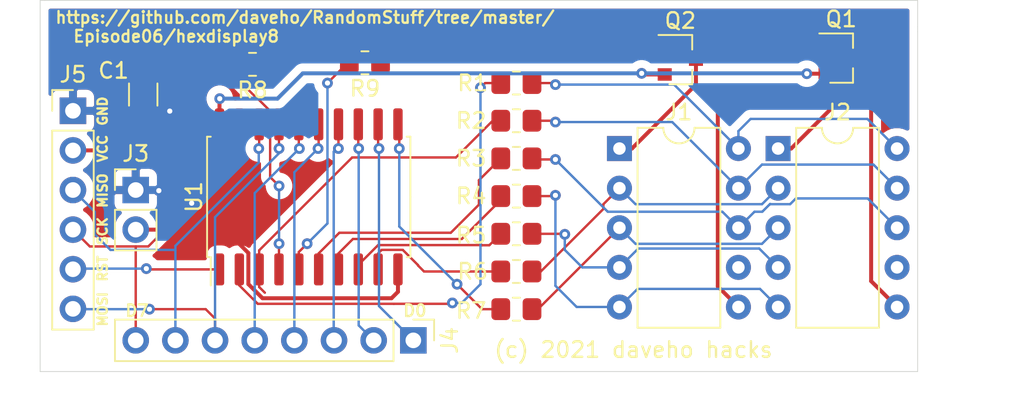
<source format=kicad_pcb>
(kicad_pcb (version 20171130) (host pcbnew 5.1.9-73d0e3b20d~88~ubuntu20.04.1)

  (general
    (thickness 1.6)
    (drawings 17)
    (tracks 267)
    (zones 0)
    (modules 18)
    (nets 34)
  )

  (page USLetter)
  (layers
    (0 F.Cu signal)
    (31 B.Cu signal)
    (34 B.Paste user)
    (35 F.Paste user)
    (36 B.SilkS user)
    (37 F.SilkS user)
    (38 B.Mask user)
    (39 F.Mask user)
    (44 Edge.Cuts user)
    (45 Margin user)
    (46 B.CrtYd user)
    (47 F.CrtYd user)
    (48 B.Fab user)
    (49 F.Fab user)
  )

  (setup
    (last_trace_width 0.1524)
    (user_trace_width 0.1524)
    (user_trace_width 0.254)
    (user_trace_width 0.381)
    (trace_clearance 0.1524)
    (zone_clearance 0.508)
    (zone_45_only no)
    (trace_min 0.1524)
    (via_size 0.6858)
    (via_drill 0.3302)
    (via_min_size 0.6858)
    (via_min_drill 0.3302)
    (uvia_size 0.6858)
    (uvia_drill 0.3302)
    (uvias_allowed no)
    (uvia_min_size 0.6858)
    (uvia_min_drill 0.3302)
    (edge_width 0.05)
    (segment_width 0.2)
    (pcb_text_width 0.3)
    (pcb_text_size 1.5 1.5)
    (mod_edge_width 0.12)
    (mod_text_size 1 1)
    (mod_text_width 0.15)
    (pad_size 1.524 1.524)
    (pad_drill 0.762)
    (pad_to_mask_clearance 0)
    (aux_axis_origin 0 0)
    (visible_elements FFFFFF7F)
    (pcbplotparams
      (layerselection 0x010fc_ffffffff)
      (usegerberextensions false)
      (usegerberattributes true)
      (usegerberadvancedattributes true)
      (creategerberjobfile true)
      (excludeedgelayer true)
      (linewidth 0.100000)
      (plotframeref false)
      (viasonmask false)
      (mode 1)
      (useauxorigin false)
      (hpglpennumber 1)
      (hpglpenspeed 20)
      (hpglpendiameter 15.000000)
      (psnegative false)
      (psa4output false)
      (plotreference true)
      (plotvalue true)
      (plotinvisibletext false)
      (padsonsilk false)
      (subtractmaskfromsilk false)
      (outputformat 1)
      (mirror false)
      (drillshape 1)
      (scaleselection 1)
      (outputdirectory ""))
  )

  (net 0 "")
  (net 1 GND)
  (net 2 /A)
  (net 3 /D)
  (net 4 /B)
  (net 5 /E)
  (net 6 /C)
  (net 7 /G)
  (net 8 "Net-(J1-Pad7)")
  (net 9 /F)
  (net 10 /CA2)
  (net 11 /CA1)
  (net 12 "Net-(J2-Pad7)")
  (net 13 /D0)
  (net 14 /D1)
  (net 15 /D2)
  (net 16 /D3)
  (net 17 /D4)
  (net 18 /D5)
  (net 19 /D6)
  (net 20 /D7)
  (net 21 /~RESET)
  (net 22 "Net-(Q1-Pad1)")
  (net 23 "Net-(Q2-Pad1)")
  (net 24 "Net-(R1-Pad2)")
  (net 25 "Net-(R2-Pad2)")
  (net 26 "Net-(R3-Pad2)")
  (net 27 "Net-(R4-Pad2)")
  (net 28 "Net-(R5-Pad2)")
  (net 29 "Net-(R6-Pad2)")
  (net 30 "Net-(R7-Pad2)")
  (net 31 "Net-(R8-Pad2)")
  (net 32 "Net-(R9-Pad2)")
  (net 33 VCC)

  (net_class Default "This is the default net class."
    (clearance 0.1524)
    (trace_width 0.1524)
    (via_dia 0.6858)
    (via_drill 0.3302)
    (uvia_dia 0.6858)
    (uvia_drill 0.3302)
    (add_net /A)
    (add_net /B)
    (add_net /C)
    (add_net /CA1)
    (add_net /CA2)
    (add_net /D)
    (add_net /D0)
    (add_net /D1)
    (add_net /D2)
    (add_net /D3)
    (add_net /D4)
    (add_net /D5)
    (add_net /D6)
    (add_net /D7)
    (add_net /E)
    (add_net /F)
    (add_net /G)
    (add_net /~RESET)
    (add_net GND)
    (add_net "Net-(J1-Pad7)")
    (add_net "Net-(J2-Pad7)")
    (add_net "Net-(Q1-Pad1)")
    (add_net "Net-(Q2-Pad1)")
    (add_net "Net-(R1-Pad2)")
    (add_net "Net-(R2-Pad2)")
    (add_net "Net-(R3-Pad2)")
    (add_net "Net-(R4-Pad2)")
    (add_net "Net-(R5-Pad2)")
    (add_net "Net-(R6-Pad2)")
    (add_net "Net-(R7-Pad2)")
    (add_net "Net-(R8-Pad2)")
    (add_net "Net-(R9-Pad2)")
    (add_net VCC)
  )

  (module Capacitor_SMD:C_1206_3216Metric_Pad1.33x1.80mm_HandSolder (layer F.Cu) (tedit 5F68FEEF) (tstamp 6045A6C1)
    (at 142.7 104.2375 90)
    (descr "Capacitor SMD 1206 (3216 Metric), square (rectangular) end terminal, IPC_7351 nominal with elongated pad for handsoldering. (Body size source: IPC-SM-782 page 76, https://www.pcb-3d.com/wordpress/wp-content/uploads/ipc-sm-782a_amendment_1_and_2.pdf), generated with kicad-footprint-generator")
    (tags "capacitor handsolder")
    (path /604BB56B)
    (attr smd)
    (fp_text reference C1 (at 1.5375 -1.9 180) (layer F.SilkS)
      (effects (font (size 1 1) (thickness 0.15)))
    )
    (fp_text value 100nF (at 0 1.85 90) (layer F.Fab)
      (effects (font (size 1 1) (thickness 0.15)))
    )
    (fp_line (start -1.6 0.8) (end -1.6 -0.8) (layer F.Fab) (width 0.1))
    (fp_line (start -1.6 -0.8) (end 1.6 -0.8) (layer F.Fab) (width 0.1))
    (fp_line (start 1.6 -0.8) (end 1.6 0.8) (layer F.Fab) (width 0.1))
    (fp_line (start 1.6 0.8) (end -1.6 0.8) (layer F.Fab) (width 0.1))
    (fp_line (start -0.711252 -0.91) (end 0.711252 -0.91) (layer F.SilkS) (width 0.12))
    (fp_line (start -0.711252 0.91) (end 0.711252 0.91) (layer F.SilkS) (width 0.12))
    (fp_line (start -2.48 1.15) (end -2.48 -1.15) (layer F.CrtYd) (width 0.05))
    (fp_line (start -2.48 -1.15) (end 2.48 -1.15) (layer F.CrtYd) (width 0.05))
    (fp_line (start 2.48 -1.15) (end 2.48 1.15) (layer F.CrtYd) (width 0.05))
    (fp_line (start 2.48 1.15) (end -2.48 1.15) (layer F.CrtYd) (width 0.05))
    (fp_text user %R (at 0 0 90) (layer F.Fab)
      (effects (font (size 0.8 0.8) (thickness 0.12)))
    )
    (pad 1 smd roundrect (at -1.5625 0 90) (size 1.325 1.8) (layers F.Cu F.Paste F.Mask) (roundrect_rratio 0.188679)
      (net 33 VCC))
    (pad 2 smd roundrect (at 1.5625 0 90) (size 1.325 1.8) (layers F.Cu F.Paste F.Mask) (roundrect_rratio 0.188679)
      (net 1 GND))
    (model ${KISYS3DMOD}/Capacitor_SMD.3dshapes/C_1206_3216Metric.wrl
      (at (xyz 0 0 0))
      (scale (xyz 1 1 1))
      (rotate (xyz 0 0 0))
    )
  )

  (module Package_DIP:DIP-10_W7.62mm (layer F.Cu) (tedit 5A02E8C5) (tstamp 60459635)
    (at 173.2 107.7)
    (descr "10-lead though-hole mounted DIP package, row spacing 7.62 mm (300 mils)")
    (tags "THT DIP DIL PDIP 2.54mm 7.62mm 300mil")
    (path /60455147)
    (fp_text reference J1 (at 3.81 -2.33) (layer F.SilkS)
      (effects (font (size 1 1) (thickness 0.15)))
    )
    (fp_text value Conn_02x05_Counter_Clockwise (at 3.81 12.49) (layer F.Fab)
      (effects (font (size 1 1) (thickness 0.15)))
    )
    (fp_line (start 8.7 -1.55) (end -1.1 -1.55) (layer F.CrtYd) (width 0.05))
    (fp_line (start 8.7 11.7) (end 8.7 -1.55) (layer F.CrtYd) (width 0.05))
    (fp_line (start -1.1 11.7) (end 8.7 11.7) (layer F.CrtYd) (width 0.05))
    (fp_line (start -1.1 -1.55) (end -1.1 11.7) (layer F.CrtYd) (width 0.05))
    (fp_line (start 6.46 -1.33) (end 4.81 -1.33) (layer F.SilkS) (width 0.12))
    (fp_line (start 6.46 11.49) (end 6.46 -1.33) (layer F.SilkS) (width 0.12))
    (fp_line (start 1.16 11.49) (end 6.46 11.49) (layer F.SilkS) (width 0.12))
    (fp_line (start 1.16 -1.33) (end 1.16 11.49) (layer F.SilkS) (width 0.12))
    (fp_line (start 2.81 -1.33) (end 1.16 -1.33) (layer F.SilkS) (width 0.12))
    (fp_line (start 0.635 -0.27) (end 1.635 -1.27) (layer F.Fab) (width 0.1))
    (fp_line (start 0.635 11.43) (end 0.635 -0.27) (layer F.Fab) (width 0.1))
    (fp_line (start 6.985 11.43) (end 0.635 11.43) (layer F.Fab) (width 0.1))
    (fp_line (start 6.985 -1.27) (end 6.985 11.43) (layer F.Fab) (width 0.1))
    (fp_line (start 1.635 -1.27) (end 6.985 -1.27) (layer F.Fab) (width 0.1))
    (fp_text user %R (at 3.81 5.08) (layer F.Fab)
      (effects (font (size 1 1) (thickness 0.15)))
    )
    (fp_arc (start 3.81 -1.33) (end 2.81 -1.33) (angle -180) (layer F.SilkS) (width 0.12))
    (pad 10 thru_hole oval (at 7.62 0) (size 1.6 1.6) (drill 0.8) (layers *.Cu *.Mask)
      (net 2 /A))
    (pad 5 thru_hole oval (at 0 10.16) (size 1.6 1.6) (drill 0.8) (layers *.Cu *.Mask)
      (net 3 /D))
    (pad 9 thru_hole oval (at 7.62 2.54) (size 1.6 1.6) (drill 0.8) (layers *.Cu *.Mask)
      (net 4 /B))
    (pad 4 thru_hole oval (at 0 7.62) (size 1.6 1.6) (drill 0.8) (layers *.Cu *.Mask)
      (net 5 /E))
    (pad 8 thru_hole oval (at 7.62 5.08) (size 1.6 1.6) (drill 0.8) (layers *.Cu *.Mask)
      (net 6 /C))
    (pad 3 thru_hole oval (at 0 5.08) (size 1.6 1.6) (drill 0.8) (layers *.Cu *.Mask)
      (net 7 /G))
    (pad 7 thru_hole oval (at 7.62 7.62) (size 1.6 1.6) (drill 0.8) (layers *.Cu *.Mask)
      (net 8 "Net-(J1-Pad7)"))
    (pad 2 thru_hole oval (at 0 2.54) (size 1.6 1.6) (drill 0.8) (layers *.Cu *.Mask)
      (net 9 /F))
    (pad 6 thru_hole oval (at 7.62 10.16) (size 1.6 1.6) (drill 0.8) (layers *.Cu *.Mask)
      (net 10 /CA2))
    (pad 1 thru_hole rect (at 0 0) (size 1.6 1.6) (drill 0.8) (layers *.Cu *.Mask)
      (net 10 /CA2))
    (model ${KISYS3DMOD}/Package_DIP.3dshapes/DIP-10_W7.62mm.wrl
      (at (xyz 0 0 0))
      (scale (xyz 1 1 1))
      (rotate (xyz 0 0 0))
    )
  )

  (module Package_DIP:DIP-10_W7.62mm (layer F.Cu) (tedit 5A02E8C5) (tstamp 60459653)
    (at 183.36 107.7)
    (descr "10-lead though-hole mounted DIP package, row spacing 7.62 mm (300 mils)")
    (tags "THT DIP DIL PDIP 2.54mm 7.62mm 300mil")
    (path /6045265A)
    (fp_text reference J2 (at 3.81 -2.33) (layer F.SilkS)
      (effects (font (size 1 1) (thickness 0.15)))
    )
    (fp_text value Conn_02x05_Counter_Clockwise (at 3.81 12.49) (layer F.Fab)
      (effects (font (size 1 1) (thickness 0.15)))
    )
    (fp_line (start 1.635 -1.27) (end 6.985 -1.27) (layer F.Fab) (width 0.1))
    (fp_line (start 6.985 -1.27) (end 6.985 11.43) (layer F.Fab) (width 0.1))
    (fp_line (start 6.985 11.43) (end 0.635 11.43) (layer F.Fab) (width 0.1))
    (fp_line (start 0.635 11.43) (end 0.635 -0.27) (layer F.Fab) (width 0.1))
    (fp_line (start 0.635 -0.27) (end 1.635 -1.27) (layer F.Fab) (width 0.1))
    (fp_line (start 2.81 -1.33) (end 1.16 -1.33) (layer F.SilkS) (width 0.12))
    (fp_line (start 1.16 -1.33) (end 1.16 11.49) (layer F.SilkS) (width 0.12))
    (fp_line (start 1.16 11.49) (end 6.46 11.49) (layer F.SilkS) (width 0.12))
    (fp_line (start 6.46 11.49) (end 6.46 -1.33) (layer F.SilkS) (width 0.12))
    (fp_line (start 6.46 -1.33) (end 4.81 -1.33) (layer F.SilkS) (width 0.12))
    (fp_line (start -1.1 -1.55) (end -1.1 11.7) (layer F.CrtYd) (width 0.05))
    (fp_line (start -1.1 11.7) (end 8.7 11.7) (layer F.CrtYd) (width 0.05))
    (fp_line (start 8.7 11.7) (end 8.7 -1.55) (layer F.CrtYd) (width 0.05))
    (fp_line (start 8.7 -1.55) (end -1.1 -1.55) (layer F.CrtYd) (width 0.05))
    (fp_arc (start 3.81 -1.33) (end 2.81 -1.33) (angle -180) (layer F.SilkS) (width 0.12))
    (fp_text user %R (at 3.81 5.08) (layer F.Fab)
      (effects (font (size 1 1) (thickness 0.15)))
    )
    (pad 1 thru_hole rect (at 0 0) (size 1.6 1.6) (drill 0.8) (layers *.Cu *.Mask)
      (net 11 /CA1))
    (pad 6 thru_hole oval (at 7.62 10.16) (size 1.6 1.6) (drill 0.8) (layers *.Cu *.Mask)
      (net 11 /CA1))
    (pad 2 thru_hole oval (at 0 2.54) (size 1.6 1.6) (drill 0.8) (layers *.Cu *.Mask)
      (net 9 /F))
    (pad 7 thru_hole oval (at 7.62 7.62) (size 1.6 1.6) (drill 0.8) (layers *.Cu *.Mask)
      (net 12 "Net-(J2-Pad7)"))
    (pad 3 thru_hole oval (at 0 5.08) (size 1.6 1.6) (drill 0.8) (layers *.Cu *.Mask)
      (net 7 /G))
    (pad 8 thru_hole oval (at 7.62 5.08) (size 1.6 1.6) (drill 0.8) (layers *.Cu *.Mask)
      (net 6 /C))
    (pad 4 thru_hole oval (at 0 7.62) (size 1.6 1.6) (drill 0.8) (layers *.Cu *.Mask)
      (net 5 /E))
    (pad 9 thru_hole oval (at 7.62 2.54) (size 1.6 1.6) (drill 0.8) (layers *.Cu *.Mask)
      (net 4 /B))
    (pad 5 thru_hole oval (at 0 10.16) (size 1.6 1.6) (drill 0.8) (layers *.Cu *.Mask)
      (net 3 /D))
    (pad 10 thru_hole oval (at 7.62 0) (size 1.6 1.6) (drill 0.8) (layers *.Cu *.Mask)
      (net 2 /A))
    (model ${KISYS3DMOD}/Package_DIP.3dshapes/DIP-10_W7.62mm.wrl
      (at (xyz 0 0 0))
      (scale (xyz 1 1 1))
      (rotate (xyz 0 0 0))
    )
  )

  (module Connector_PinHeader_2.54mm:PinHeader_1x02_P2.54mm_Vertical (layer F.Cu) (tedit 59FED5CC) (tstamp 6045A3CA)
    (at 142.22 110.36)
    (descr "Through hole straight pin header, 1x02, 2.54mm pitch, single row")
    (tags "Through hole pin header THT 1x02 2.54mm single row")
    (path /604B02DC)
    (fp_text reference J3 (at 0 -2.33) (layer F.SilkS)
      (effects (font (size 1 1) (thickness 0.15)))
    )
    (fp_text value Conn_01x02 (at 0 4.87) (layer F.Fab)
      (effects (font (size 1 1) (thickness 0.15)))
    )
    (fp_line (start -0.635 -1.27) (end 1.27 -1.27) (layer F.Fab) (width 0.1))
    (fp_line (start 1.27 -1.27) (end 1.27 3.81) (layer F.Fab) (width 0.1))
    (fp_line (start 1.27 3.81) (end -1.27 3.81) (layer F.Fab) (width 0.1))
    (fp_line (start -1.27 3.81) (end -1.27 -0.635) (layer F.Fab) (width 0.1))
    (fp_line (start -1.27 -0.635) (end -0.635 -1.27) (layer F.Fab) (width 0.1))
    (fp_line (start -1.33 3.87) (end 1.33 3.87) (layer F.SilkS) (width 0.12))
    (fp_line (start -1.33 1.27) (end -1.33 3.87) (layer F.SilkS) (width 0.12))
    (fp_line (start 1.33 1.27) (end 1.33 3.87) (layer F.SilkS) (width 0.12))
    (fp_line (start -1.33 1.27) (end 1.33 1.27) (layer F.SilkS) (width 0.12))
    (fp_line (start -1.33 0) (end -1.33 -1.33) (layer F.SilkS) (width 0.12))
    (fp_line (start -1.33 -1.33) (end 0 -1.33) (layer F.SilkS) (width 0.12))
    (fp_line (start -1.8 -1.8) (end -1.8 4.35) (layer F.CrtYd) (width 0.05))
    (fp_line (start -1.8 4.35) (end 1.8 4.35) (layer F.CrtYd) (width 0.05))
    (fp_line (start 1.8 4.35) (end 1.8 -1.8) (layer F.CrtYd) (width 0.05))
    (fp_line (start 1.8 -1.8) (end -1.8 -1.8) (layer F.CrtYd) (width 0.05))
    (fp_text user %R (at 0 1.27 90) (layer F.Fab)
      (effects (font (size 1 1) (thickness 0.15)))
    )
    (pad 1 thru_hole rect (at 0 0) (size 1.7 1.7) (drill 1) (layers *.Cu *.Mask)
      (net 1 GND))
    (pad 2 thru_hole oval (at 0 2.54) (size 1.7 1.7) (drill 1) (layers *.Cu *.Mask)
      (net 33 VCC))
    (model ${KISYS3DMOD}/Connector_PinHeader_2.54mm.3dshapes/PinHeader_1x02_P2.54mm_Vertical.wrl
      (at (xyz 0 0 0))
      (scale (xyz 1 1 1))
      (rotate (xyz 0 0 0))
    )
  )

  (module Connector_PinHeader_2.54mm:PinHeader_1x08_P2.54mm_Vertical (layer F.Cu) (tedit 59FED5CC) (tstamp 6045A257)
    (at 160 120 270)
    (descr "Through hole straight pin header, 1x08, 2.54mm pitch, single row")
    (tags "Through hole pin header THT 1x08 2.54mm single row")
    (path /60507906)
    (fp_text reference J4 (at 0 -2.33 90) (layer F.SilkS)
      (effects (font (size 1 1) (thickness 0.15)))
    )
    (fp_text value Conn_01x08 (at 0 20.11 90) (layer F.Fab)
      (effects (font (size 1 1) (thickness 0.15)))
    )
    (fp_line (start -0.635 -1.27) (end 1.27 -1.27) (layer F.Fab) (width 0.1))
    (fp_line (start 1.27 -1.27) (end 1.27 19.05) (layer F.Fab) (width 0.1))
    (fp_line (start 1.27 19.05) (end -1.27 19.05) (layer F.Fab) (width 0.1))
    (fp_line (start -1.27 19.05) (end -1.27 -0.635) (layer F.Fab) (width 0.1))
    (fp_line (start -1.27 -0.635) (end -0.635 -1.27) (layer F.Fab) (width 0.1))
    (fp_line (start -1.33 19.11) (end 1.33 19.11) (layer F.SilkS) (width 0.12))
    (fp_line (start -1.33 1.27) (end -1.33 19.11) (layer F.SilkS) (width 0.12))
    (fp_line (start 1.33 1.27) (end 1.33 19.11) (layer F.SilkS) (width 0.12))
    (fp_line (start -1.33 1.27) (end 1.33 1.27) (layer F.SilkS) (width 0.12))
    (fp_line (start -1.33 0) (end -1.33 -1.33) (layer F.SilkS) (width 0.12))
    (fp_line (start -1.33 -1.33) (end 0 -1.33) (layer F.SilkS) (width 0.12))
    (fp_line (start -1.8 -1.8) (end -1.8 19.55) (layer F.CrtYd) (width 0.05))
    (fp_line (start -1.8 19.55) (end 1.8 19.55) (layer F.CrtYd) (width 0.05))
    (fp_line (start 1.8 19.55) (end 1.8 -1.8) (layer F.CrtYd) (width 0.05))
    (fp_line (start 1.8 -1.8) (end -1.8 -1.8) (layer F.CrtYd) (width 0.05))
    (fp_text user %R (at 0 8.89) (layer F.Fab)
      (effects (font (size 1 1) (thickness 0.15)))
    )
    (pad 1 thru_hole rect (at 0 0 270) (size 1.7 1.7) (drill 1) (layers *.Cu *.Mask)
      (net 13 /D0))
    (pad 2 thru_hole oval (at 0 2.54 270) (size 1.7 1.7) (drill 1) (layers *.Cu *.Mask)
      (net 14 /D1))
    (pad 3 thru_hole oval (at 0 5.08 270) (size 1.7 1.7) (drill 1) (layers *.Cu *.Mask)
      (net 15 /D2))
    (pad 4 thru_hole oval (at 0 7.62 270) (size 1.7 1.7) (drill 1) (layers *.Cu *.Mask)
      (net 16 /D3))
    (pad 5 thru_hole oval (at 0 10.16 270) (size 1.7 1.7) (drill 1) (layers *.Cu *.Mask)
      (net 17 /D4))
    (pad 6 thru_hole oval (at 0 12.7 270) (size 1.7 1.7) (drill 1) (layers *.Cu *.Mask)
      (net 18 /D5))
    (pad 7 thru_hole oval (at 0 15.24 270) (size 1.7 1.7) (drill 1) (layers *.Cu *.Mask)
      (net 19 /D6))
    (pad 8 thru_hole oval (at 0 17.78 270) (size 1.7 1.7) (drill 1) (layers *.Cu *.Mask)
      (net 20 /D7))
    (model ${KISYS3DMOD}/Connector_PinHeader_2.54mm.3dshapes/PinHeader_1x08_P2.54mm_Vertical.wrl
      (at (xyz 0 0 0))
      (scale (xyz 1 1 1))
      (rotate (xyz 0 0 0))
    )
  )

  (module Connector_PinHeader_2.54mm:PinHeader_1x06_P2.54mm_Vertical (layer F.Cu) (tedit 59FED5CC) (tstamp 6045969F)
    (at 138.2 105.28)
    (descr "Through hole straight pin header, 1x06, 2.54mm pitch, single row")
    (tags "Through hole pin header THT 1x06 2.54mm single row")
    (path /604585DD)
    (fp_text reference J5 (at 0 -2.33) (layer F.SilkS)
      (effects (font (size 1 1) (thickness 0.15)))
    )
    (fp_text value Conn_01x06 (at 0 15.03) (layer F.Fab)
      (effects (font (size 1 1) (thickness 0.15)))
    )
    (fp_line (start -0.635 -1.27) (end 1.27 -1.27) (layer F.Fab) (width 0.1))
    (fp_line (start 1.27 -1.27) (end 1.27 13.97) (layer F.Fab) (width 0.1))
    (fp_line (start 1.27 13.97) (end -1.27 13.97) (layer F.Fab) (width 0.1))
    (fp_line (start -1.27 13.97) (end -1.27 -0.635) (layer F.Fab) (width 0.1))
    (fp_line (start -1.27 -0.635) (end -0.635 -1.27) (layer F.Fab) (width 0.1))
    (fp_line (start -1.33 14.03) (end 1.33 14.03) (layer F.SilkS) (width 0.12))
    (fp_line (start -1.33 1.27) (end -1.33 14.03) (layer F.SilkS) (width 0.12))
    (fp_line (start 1.33 1.27) (end 1.33 14.03) (layer F.SilkS) (width 0.12))
    (fp_line (start -1.33 1.27) (end 1.33 1.27) (layer F.SilkS) (width 0.12))
    (fp_line (start -1.33 0) (end -1.33 -1.33) (layer F.SilkS) (width 0.12))
    (fp_line (start -1.33 -1.33) (end 0 -1.33) (layer F.SilkS) (width 0.12))
    (fp_line (start -1.8 -1.8) (end -1.8 14.5) (layer F.CrtYd) (width 0.05))
    (fp_line (start -1.8 14.5) (end 1.8 14.5) (layer F.CrtYd) (width 0.05))
    (fp_line (start 1.8 14.5) (end 1.8 -1.8) (layer F.CrtYd) (width 0.05))
    (fp_line (start 1.8 -1.8) (end -1.8 -1.8) (layer F.CrtYd) (width 0.05))
    (fp_text user %R (at 0 6.35 90) (layer F.Fab)
      (effects (font (size 1 1) (thickness 0.15)))
    )
    (pad 1 thru_hole rect (at 0 0) (size 1.7 1.7) (drill 1) (layers *.Cu *.Mask)
      (net 1 GND))
    (pad 2 thru_hole oval (at 0 2.54) (size 1.7 1.7) (drill 1) (layers *.Cu *.Mask)
      (net 33 VCC))
    (pad 3 thru_hole oval (at 0 5.08) (size 1.7 1.7) (drill 1) (layers *.Cu *.Mask)
      (net 19 /D6))
    (pad 4 thru_hole oval (at 0 7.62) (size 1.7 1.7) (drill 1) (layers *.Cu *.Mask)
      (net 20 /D7))
    (pad 5 thru_hole oval (at 0 10.16) (size 1.7 1.7) (drill 1) (layers *.Cu *.Mask)
      (net 21 /~RESET))
    (pad 6 thru_hole oval (at 0 12.7) (size 1.7 1.7) (drill 1) (layers *.Cu *.Mask)
      (net 18 /D5))
    (model ${KISYS3DMOD}/Connector_PinHeader_2.54mm.3dshapes/PinHeader_1x06_P2.54mm_Vertical.wrl
      (at (xyz 0 0 0))
      (scale (xyz 1 1 1))
      (rotate (xyz 0 0 0))
    )
  )

  (module Package_TO_SOT_SMD:SOT-23 (layer F.Cu) (tedit 5A02FF57) (tstamp 6045B407)
    (at 187.4 101.9)
    (descr "SOT-23, Standard")
    (tags SOT-23)
    (path /60453C20)
    (attr smd)
    (fp_text reference Q1 (at 0 -2.5) (layer F.SilkS)
      (effects (font (size 1 1) (thickness 0.15)))
    )
    (fp_text value MMBT3906 (at 0 2.5) (layer F.Fab)
      (effects (font (size 1 1) (thickness 0.15)))
    )
    (fp_line (start -0.7 -0.95) (end -0.7 1.5) (layer F.Fab) (width 0.1))
    (fp_line (start -0.15 -1.52) (end 0.7 -1.52) (layer F.Fab) (width 0.1))
    (fp_line (start -0.7 -0.95) (end -0.15 -1.52) (layer F.Fab) (width 0.1))
    (fp_line (start 0.7 -1.52) (end 0.7 1.52) (layer F.Fab) (width 0.1))
    (fp_line (start -0.7 1.52) (end 0.7 1.52) (layer F.Fab) (width 0.1))
    (fp_line (start 0.76 1.58) (end 0.76 0.65) (layer F.SilkS) (width 0.12))
    (fp_line (start 0.76 -1.58) (end 0.76 -0.65) (layer F.SilkS) (width 0.12))
    (fp_line (start -1.7 -1.75) (end 1.7 -1.75) (layer F.CrtYd) (width 0.05))
    (fp_line (start 1.7 -1.75) (end 1.7 1.75) (layer F.CrtYd) (width 0.05))
    (fp_line (start 1.7 1.75) (end -1.7 1.75) (layer F.CrtYd) (width 0.05))
    (fp_line (start -1.7 1.75) (end -1.7 -1.75) (layer F.CrtYd) (width 0.05))
    (fp_line (start 0.76 -1.58) (end -1.4 -1.58) (layer F.SilkS) (width 0.12))
    (fp_line (start 0.76 1.58) (end -0.7 1.58) (layer F.SilkS) (width 0.12))
    (fp_text user %R (at 0 0 90) (layer F.Fab)
      (effects (font (size 0.5 0.5) (thickness 0.075)))
    )
    (pad 1 smd rect (at -1 -0.95) (size 0.9 0.8) (layers F.Cu F.Paste F.Mask)
      (net 22 "Net-(Q1-Pad1)"))
    (pad 2 smd rect (at -1 0.95) (size 0.9 0.8) (layers F.Cu F.Paste F.Mask)
      (net 33 VCC))
    (pad 3 smd rect (at 1 0) (size 0.9 0.8) (layers F.Cu F.Paste F.Mask)
      (net 11 /CA1))
    (model ${KISYS3DMOD}/Package_TO_SOT_SMD.3dshapes/SOT-23.wrl
      (at (xyz 0 0 0))
      (scale (xyz 1 1 1))
      (rotate (xyz 0 0 0))
    )
  )

  (module Package_TO_SOT_SMD:SOT-23 (layer F.Cu) (tedit 5A02FF57) (tstamp 6045B443)
    (at 177.1 102)
    (descr "SOT-23, Standard")
    (tags SOT-23)
    (path /60453FAA)
    (attr smd)
    (fp_text reference Q2 (at 0 -2.5) (layer F.SilkS)
      (effects (font (size 1 1) (thickness 0.15)))
    )
    (fp_text value MMBT3906 (at 0 2.5) (layer F.Fab)
      (effects (font (size 1 1) (thickness 0.15)))
    )
    (fp_line (start 0.76 1.58) (end -0.7 1.58) (layer F.SilkS) (width 0.12))
    (fp_line (start 0.76 -1.58) (end -1.4 -1.58) (layer F.SilkS) (width 0.12))
    (fp_line (start -1.7 1.75) (end -1.7 -1.75) (layer F.CrtYd) (width 0.05))
    (fp_line (start 1.7 1.75) (end -1.7 1.75) (layer F.CrtYd) (width 0.05))
    (fp_line (start 1.7 -1.75) (end 1.7 1.75) (layer F.CrtYd) (width 0.05))
    (fp_line (start -1.7 -1.75) (end 1.7 -1.75) (layer F.CrtYd) (width 0.05))
    (fp_line (start 0.76 -1.58) (end 0.76 -0.65) (layer F.SilkS) (width 0.12))
    (fp_line (start 0.76 1.58) (end 0.76 0.65) (layer F.SilkS) (width 0.12))
    (fp_line (start -0.7 1.52) (end 0.7 1.52) (layer F.Fab) (width 0.1))
    (fp_line (start 0.7 -1.52) (end 0.7 1.52) (layer F.Fab) (width 0.1))
    (fp_line (start -0.7 -0.95) (end -0.15 -1.52) (layer F.Fab) (width 0.1))
    (fp_line (start -0.15 -1.52) (end 0.7 -1.52) (layer F.Fab) (width 0.1))
    (fp_line (start -0.7 -0.95) (end -0.7 1.5) (layer F.Fab) (width 0.1))
    (fp_text user %R (at 0 0 90) (layer F.Fab)
      (effects (font (size 0.5 0.5) (thickness 0.075)))
    )
    (pad 3 smd rect (at 1 0) (size 0.9 0.8) (layers F.Cu F.Paste F.Mask)
      (net 10 /CA2))
    (pad 2 smd rect (at -1 0.95) (size 0.9 0.8) (layers F.Cu F.Paste F.Mask)
      (net 33 VCC))
    (pad 1 smd rect (at -1 -0.95) (size 0.9 0.8) (layers F.Cu F.Paste F.Mask)
      (net 23 "Net-(Q2-Pad1)"))
    (model ${KISYS3DMOD}/Package_TO_SOT_SMD.3dshapes/SOT-23.wrl
      (at (xyz 0 0 0))
      (scale (xyz 1 1 1))
      (rotate (xyz 0 0 0))
    )
  )

  (module Resistor_SMD:R_0805_2012Metric_Pad1.20x1.40mm_HandSolder (layer F.Cu) (tedit 5F68FEEE) (tstamp 604596DA)
    (at 166.6 103.5 180)
    (descr "Resistor SMD 0805 (2012 Metric), square (rectangular) end terminal, IPC_7351 nominal with elongated pad for handsoldering. (Body size source: IPC-SM-782 page 72, https://www.pcb-3d.com/wordpress/wp-content/uploads/ipc-sm-782a_amendment_1_and_2.pdf), generated with kicad-footprint-generator")
    (tags "resistor handsolder")
    (path /6046A68A)
    (attr smd)
    (fp_text reference R1 (at 2.8 0) (layer F.SilkS)
      (effects (font (size 1 1) (thickness 0.15)))
    )
    (fp_text value 330 (at 0 1.65) (layer F.Fab)
      (effects (font (size 1 1) (thickness 0.15)))
    )
    (fp_line (start -1 0.625) (end -1 -0.625) (layer F.Fab) (width 0.1))
    (fp_line (start -1 -0.625) (end 1 -0.625) (layer F.Fab) (width 0.1))
    (fp_line (start 1 -0.625) (end 1 0.625) (layer F.Fab) (width 0.1))
    (fp_line (start 1 0.625) (end -1 0.625) (layer F.Fab) (width 0.1))
    (fp_line (start -0.227064 -0.735) (end 0.227064 -0.735) (layer F.SilkS) (width 0.12))
    (fp_line (start -0.227064 0.735) (end 0.227064 0.735) (layer F.SilkS) (width 0.12))
    (fp_line (start -1.85 0.95) (end -1.85 -0.95) (layer F.CrtYd) (width 0.05))
    (fp_line (start -1.85 -0.95) (end 1.85 -0.95) (layer F.CrtYd) (width 0.05))
    (fp_line (start 1.85 -0.95) (end 1.85 0.95) (layer F.CrtYd) (width 0.05))
    (fp_line (start 1.85 0.95) (end -1.85 0.95) (layer F.CrtYd) (width 0.05))
    (fp_text user %R (at 0 0) (layer F.Fab)
      (effects (font (size 0.5 0.5) (thickness 0.08)))
    )
    (pad 1 smd roundrect (at -1 0 180) (size 1.2 1.4) (layers F.Cu F.Paste F.Mask) (roundrect_rratio 0.208333)
      (net 2 /A))
    (pad 2 smd roundrect (at 1 0 180) (size 1.2 1.4) (layers F.Cu F.Paste F.Mask) (roundrect_rratio 0.208333)
      (net 24 "Net-(R1-Pad2)"))
    (model ${KISYS3DMOD}/Resistor_SMD.3dshapes/R_0805_2012Metric.wrl
      (at (xyz 0 0 0))
      (scale (xyz 1 1 1))
      (rotate (xyz 0 0 0))
    )
  )

  (module Resistor_SMD:R_0805_2012Metric_Pad1.20x1.40mm_HandSolder (layer F.Cu) (tedit 5F68FEEE) (tstamp 6045A998)
    (at 166.6 105.916666 180)
    (descr "Resistor SMD 0805 (2012 Metric), square (rectangular) end terminal, IPC_7351 nominal with elongated pad for handsoldering. (Body size source: IPC-SM-782 page 72, https://www.pcb-3d.com/wordpress/wp-content/uploads/ipc-sm-782a_amendment_1_and_2.pdf), generated with kicad-footprint-generator")
    (tags "resistor handsolder")
    (path /6046BEAB)
    (attr smd)
    (fp_text reference R2 (at 2.9 0) (layer F.SilkS)
      (effects (font (size 1 1) (thickness 0.15)))
    )
    (fp_text value 330 (at 0 1.65) (layer F.Fab)
      (effects (font (size 1 1) (thickness 0.15)))
    )
    (fp_line (start 1.85 0.95) (end -1.85 0.95) (layer F.CrtYd) (width 0.05))
    (fp_line (start 1.85 -0.95) (end 1.85 0.95) (layer F.CrtYd) (width 0.05))
    (fp_line (start -1.85 -0.95) (end 1.85 -0.95) (layer F.CrtYd) (width 0.05))
    (fp_line (start -1.85 0.95) (end -1.85 -0.95) (layer F.CrtYd) (width 0.05))
    (fp_line (start -0.227064 0.735) (end 0.227064 0.735) (layer F.SilkS) (width 0.12))
    (fp_line (start -0.227064 -0.735) (end 0.227064 -0.735) (layer F.SilkS) (width 0.12))
    (fp_line (start 1 0.625) (end -1 0.625) (layer F.Fab) (width 0.1))
    (fp_line (start 1 -0.625) (end 1 0.625) (layer F.Fab) (width 0.1))
    (fp_line (start -1 -0.625) (end 1 -0.625) (layer F.Fab) (width 0.1))
    (fp_line (start -1 0.625) (end -1 -0.625) (layer F.Fab) (width 0.1))
    (fp_text user %R (at 0 0) (layer F.Fab)
      (effects (font (size 0.5 0.5) (thickness 0.08)))
    )
    (pad 2 smd roundrect (at 1 0 180) (size 1.2 1.4) (layers F.Cu F.Paste F.Mask) (roundrect_rratio 0.208333)
      (net 25 "Net-(R2-Pad2)"))
    (pad 1 smd roundrect (at -1 0 180) (size 1.2 1.4) (layers F.Cu F.Paste F.Mask) (roundrect_rratio 0.208333)
      (net 4 /B))
    (model ${KISYS3DMOD}/Resistor_SMD.3dshapes/R_0805_2012Metric.wrl
      (at (xyz 0 0 0))
      (scale (xyz 1 1 1))
      (rotate (xyz 0 0 0))
    )
  )

  (module Resistor_SMD:R_0805_2012Metric_Pad1.20x1.40mm_HandSolder (layer F.Cu) (tedit 5F68FEEE) (tstamp 604596FC)
    (at 166.6 108.333332 180)
    (descr "Resistor SMD 0805 (2012 Metric), square (rectangular) end terminal, IPC_7351 nominal with elongated pad for handsoldering. (Body size source: IPC-SM-782 page 72, https://www.pcb-3d.com/wordpress/wp-content/uploads/ipc-sm-782a_amendment_1_and_2.pdf), generated with kicad-footprint-generator")
    (tags "resistor handsolder")
    (path /6046DDCC)
    (attr smd)
    (fp_text reference R3 (at 2.9 0) (layer F.SilkS)
      (effects (font (size 1 1) (thickness 0.15)))
    )
    (fp_text value 330 (at 0 1.65) (layer F.Fab)
      (effects (font (size 1 1) (thickness 0.15)))
    )
    (fp_line (start -1 0.625) (end -1 -0.625) (layer F.Fab) (width 0.1))
    (fp_line (start -1 -0.625) (end 1 -0.625) (layer F.Fab) (width 0.1))
    (fp_line (start 1 -0.625) (end 1 0.625) (layer F.Fab) (width 0.1))
    (fp_line (start 1 0.625) (end -1 0.625) (layer F.Fab) (width 0.1))
    (fp_line (start -0.227064 -0.735) (end 0.227064 -0.735) (layer F.SilkS) (width 0.12))
    (fp_line (start -0.227064 0.735) (end 0.227064 0.735) (layer F.SilkS) (width 0.12))
    (fp_line (start -1.85 0.95) (end -1.85 -0.95) (layer F.CrtYd) (width 0.05))
    (fp_line (start -1.85 -0.95) (end 1.85 -0.95) (layer F.CrtYd) (width 0.05))
    (fp_line (start 1.85 -0.95) (end 1.85 0.95) (layer F.CrtYd) (width 0.05))
    (fp_line (start 1.85 0.95) (end -1.85 0.95) (layer F.CrtYd) (width 0.05))
    (fp_text user %R (at 0 0) (layer F.Fab)
      (effects (font (size 0.5 0.5) (thickness 0.08)))
    )
    (pad 1 smd roundrect (at -1 0 180) (size 1.2 1.4) (layers F.Cu F.Paste F.Mask) (roundrect_rratio 0.208333)
      (net 6 /C))
    (pad 2 smd roundrect (at 1 0 180) (size 1.2 1.4) (layers F.Cu F.Paste F.Mask) (roundrect_rratio 0.208333)
      (net 26 "Net-(R3-Pad2)"))
    (model ${KISYS3DMOD}/Resistor_SMD.3dshapes/R_0805_2012Metric.wrl
      (at (xyz 0 0 0))
      (scale (xyz 1 1 1))
      (rotate (xyz 0 0 0))
    )
  )

  (module Resistor_SMD:R_0805_2012Metric_Pad1.20x1.40mm_HandSolder (layer F.Cu) (tedit 5F68FEEE) (tstamp 6045970D)
    (at 166.6 110.749998 180)
    (descr "Resistor SMD 0805 (2012 Metric), square (rectangular) end terminal, IPC_7351 nominal with elongated pad for handsoldering. (Body size source: IPC-SM-782 page 72, https://www.pcb-3d.com/wordpress/wp-content/uploads/ipc-sm-782a_amendment_1_and_2.pdf), generated with kicad-footprint-generator")
    (tags "resistor handsolder")
    (path /6046DED2)
    (attr smd)
    (fp_text reference R4 (at 2.9 0) (layer F.SilkS)
      (effects (font (size 1 1) (thickness 0.15)))
    )
    (fp_text value 330 (at 0 1.65) (layer F.Fab)
      (effects (font (size 1 1) (thickness 0.15)))
    )
    (fp_line (start 1.85 0.95) (end -1.85 0.95) (layer F.CrtYd) (width 0.05))
    (fp_line (start 1.85 -0.95) (end 1.85 0.95) (layer F.CrtYd) (width 0.05))
    (fp_line (start -1.85 -0.95) (end 1.85 -0.95) (layer F.CrtYd) (width 0.05))
    (fp_line (start -1.85 0.95) (end -1.85 -0.95) (layer F.CrtYd) (width 0.05))
    (fp_line (start -0.227064 0.735) (end 0.227064 0.735) (layer F.SilkS) (width 0.12))
    (fp_line (start -0.227064 -0.735) (end 0.227064 -0.735) (layer F.SilkS) (width 0.12))
    (fp_line (start 1 0.625) (end -1 0.625) (layer F.Fab) (width 0.1))
    (fp_line (start 1 -0.625) (end 1 0.625) (layer F.Fab) (width 0.1))
    (fp_line (start -1 -0.625) (end 1 -0.625) (layer F.Fab) (width 0.1))
    (fp_line (start -1 0.625) (end -1 -0.625) (layer F.Fab) (width 0.1))
    (fp_text user %R (at 0 0) (layer F.Fab)
      (effects (font (size 0.5 0.5) (thickness 0.08)))
    )
    (pad 2 smd roundrect (at 1 0 180) (size 1.2 1.4) (layers F.Cu F.Paste F.Mask) (roundrect_rratio 0.208333)
      (net 27 "Net-(R4-Pad2)"))
    (pad 1 smd roundrect (at -1 0 180) (size 1.2 1.4) (layers F.Cu F.Paste F.Mask) (roundrect_rratio 0.208333)
      (net 3 /D))
    (model ${KISYS3DMOD}/Resistor_SMD.3dshapes/R_0805_2012Metric.wrl
      (at (xyz 0 0 0))
      (scale (xyz 1 1 1))
      (rotate (xyz 0 0 0))
    )
  )

  (module Resistor_SMD:R_0805_2012Metric_Pad1.20x1.40mm_HandSolder (layer F.Cu) (tedit 5F68FEEE) (tstamp 6045971E)
    (at 166.6 113.166664 180)
    (descr "Resistor SMD 0805 (2012 Metric), square (rectangular) end terminal, IPC_7351 nominal with elongated pad for handsoldering. (Body size source: IPC-SM-782 page 72, https://www.pcb-3d.com/wordpress/wp-content/uploads/ipc-sm-782a_amendment_1_and_2.pdf), generated with kicad-footprint-generator")
    (tags "resistor handsolder")
    (path /60470244)
    (attr smd)
    (fp_text reference R5 (at 2.9 -0.1) (layer F.SilkS)
      (effects (font (size 1 1) (thickness 0.15)))
    )
    (fp_text value 330 (at 0 1.65) (layer F.Fab)
      (effects (font (size 1 1) (thickness 0.15)))
    )
    (fp_line (start -1 0.625) (end -1 -0.625) (layer F.Fab) (width 0.1))
    (fp_line (start -1 -0.625) (end 1 -0.625) (layer F.Fab) (width 0.1))
    (fp_line (start 1 -0.625) (end 1 0.625) (layer F.Fab) (width 0.1))
    (fp_line (start 1 0.625) (end -1 0.625) (layer F.Fab) (width 0.1))
    (fp_line (start -0.227064 -0.735) (end 0.227064 -0.735) (layer F.SilkS) (width 0.12))
    (fp_line (start -0.227064 0.735) (end 0.227064 0.735) (layer F.SilkS) (width 0.12))
    (fp_line (start -1.85 0.95) (end -1.85 -0.95) (layer F.CrtYd) (width 0.05))
    (fp_line (start -1.85 -0.95) (end 1.85 -0.95) (layer F.CrtYd) (width 0.05))
    (fp_line (start 1.85 -0.95) (end 1.85 0.95) (layer F.CrtYd) (width 0.05))
    (fp_line (start 1.85 0.95) (end -1.85 0.95) (layer F.CrtYd) (width 0.05))
    (fp_text user %R (at 0 0) (layer F.Fab)
      (effects (font (size 0.5 0.5) (thickness 0.08)))
    )
    (pad 1 smd roundrect (at -1 0 180) (size 1.2 1.4) (layers F.Cu F.Paste F.Mask) (roundrect_rratio 0.208333)
      (net 5 /E))
    (pad 2 smd roundrect (at 1 0 180) (size 1.2 1.4) (layers F.Cu F.Paste F.Mask) (roundrect_rratio 0.208333)
      (net 28 "Net-(R5-Pad2)"))
    (model ${KISYS3DMOD}/Resistor_SMD.3dshapes/R_0805_2012Metric.wrl
      (at (xyz 0 0 0))
      (scale (xyz 1 1 1))
      (rotate (xyz 0 0 0))
    )
  )

  (module Resistor_SMD:R_0805_2012Metric_Pad1.20x1.40mm_HandSolder (layer F.Cu) (tedit 5F68FEEE) (tstamp 6045972F)
    (at 166.6 115.58333 180)
    (descr "Resistor SMD 0805 (2012 Metric), square (rectangular) end terminal, IPC_7351 nominal with elongated pad for handsoldering. (Body size source: IPC-SM-782 page 72, https://www.pcb-3d.com/wordpress/wp-content/uploads/ipc-sm-782a_amendment_1_and_2.pdf), generated with kicad-footprint-generator")
    (tags "resistor handsolder")
    (path /6047036A)
    (attr smd)
    (fp_text reference R6 (at 2.8 0) (layer F.SilkS)
      (effects (font (size 1 1) (thickness 0.15)))
    )
    (fp_text value 330 (at 0 1.65) (layer F.Fab)
      (effects (font (size 1 1) (thickness 0.15)))
    )
    (fp_line (start 1.85 0.95) (end -1.85 0.95) (layer F.CrtYd) (width 0.05))
    (fp_line (start 1.85 -0.95) (end 1.85 0.95) (layer F.CrtYd) (width 0.05))
    (fp_line (start -1.85 -0.95) (end 1.85 -0.95) (layer F.CrtYd) (width 0.05))
    (fp_line (start -1.85 0.95) (end -1.85 -0.95) (layer F.CrtYd) (width 0.05))
    (fp_line (start -0.227064 0.735) (end 0.227064 0.735) (layer F.SilkS) (width 0.12))
    (fp_line (start -0.227064 -0.735) (end 0.227064 -0.735) (layer F.SilkS) (width 0.12))
    (fp_line (start 1 0.625) (end -1 0.625) (layer F.Fab) (width 0.1))
    (fp_line (start 1 -0.625) (end 1 0.625) (layer F.Fab) (width 0.1))
    (fp_line (start -1 -0.625) (end 1 -0.625) (layer F.Fab) (width 0.1))
    (fp_line (start -1 0.625) (end -1 -0.625) (layer F.Fab) (width 0.1))
    (fp_text user %R (at 0 0) (layer F.Fab)
      (effects (font (size 0.5 0.5) (thickness 0.08)))
    )
    (pad 2 smd roundrect (at 1 0 180) (size 1.2 1.4) (layers F.Cu F.Paste F.Mask) (roundrect_rratio 0.208333)
      (net 29 "Net-(R6-Pad2)"))
    (pad 1 smd roundrect (at -1 0 180) (size 1.2 1.4) (layers F.Cu F.Paste F.Mask) (roundrect_rratio 0.208333)
      (net 9 /F))
    (model ${KISYS3DMOD}/Resistor_SMD.3dshapes/R_0805_2012Metric.wrl
      (at (xyz 0 0 0))
      (scale (xyz 1 1 1))
      (rotate (xyz 0 0 0))
    )
  )

  (module Resistor_SMD:R_0805_2012Metric_Pad1.20x1.40mm_HandSolder (layer F.Cu) (tedit 5F68FEEE) (tstamp 60459740)
    (at 166.6 118 180)
    (descr "Resistor SMD 0805 (2012 Metric), square (rectangular) end terminal, IPC_7351 nominal with elongated pad for handsoldering. (Body size source: IPC-SM-782 page 72, https://www.pcb-3d.com/wordpress/wp-content/uploads/ipc-sm-782a_amendment_1_and_2.pdf), generated with kicad-footprint-generator")
    (tags "resistor handsolder")
    (path /60470374)
    (attr smd)
    (fp_text reference R7 (at 2.9 -0.1) (layer F.SilkS)
      (effects (font (size 1 1) (thickness 0.15)))
    )
    (fp_text value 330 (at 0 1.65) (layer F.Fab)
      (effects (font (size 1 1) (thickness 0.15)))
    )
    (fp_line (start -1 0.625) (end -1 -0.625) (layer F.Fab) (width 0.1))
    (fp_line (start -1 -0.625) (end 1 -0.625) (layer F.Fab) (width 0.1))
    (fp_line (start 1 -0.625) (end 1 0.625) (layer F.Fab) (width 0.1))
    (fp_line (start 1 0.625) (end -1 0.625) (layer F.Fab) (width 0.1))
    (fp_line (start -0.227064 -0.735) (end 0.227064 -0.735) (layer F.SilkS) (width 0.12))
    (fp_line (start -0.227064 0.735) (end 0.227064 0.735) (layer F.SilkS) (width 0.12))
    (fp_line (start -1.85 0.95) (end -1.85 -0.95) (layer F.CrtYd) (width 0.05))
    (fp_line (start -1.85 -0.95) (end 1.85 -0.95) (layer F.CrtYd) (width 0.05))
    (fp_line (start 1.85 -0.95) (end 1.85 0.95) (layer F.CrtYd) (width 0.05))
    (fp_line (start 1.85 0.95) (end -1.85 0.95) (layer F.CrtYd) (width 0.05))
    (fp_text user %R (at 0 0) (layer F.Fab)
      (effects (font (size 0.5 0.5) (thickness 0.08)))
    )
    (pad 1 smd roundrect (at -1 0 180) (size 1.2 1.4) (layers F.Cu F.Paste F.Mask) (roundrect_rratio 0.208333)
      (net 7 /G))
    (pad 2 smd roundrect (at 1 0 180) (size 1.2 1.4) (layers F.Cu F.Paste F.Mask) (roundrect_rratio 0.208333)
      (net 30 "Net-(R7-Pad2)"))
    (model ${KISYS3DMOD}/Resistor_SMD.3dshapes/R_0805_2012Metric.wrl
      (at (xyz 0 0 0))
      (scale (xyz 1 1 1))
      (rotate (xyz 0 0 0))
    )
  )

  (module Resistor_SMD:R_0805_2012Metric_Pad1.20x1.40mm_HandSolder (layer F.Cu) (tedit 5F68FEEE) (tstamp 60459751)
    (at 149.7 102.3 180)
    (descr "Resistor SMD 0805 (2012 Metric), square (rectangular) end terminal, IPC_7351 nominal with elongated pad for handsoldering. (Body size source: IPC-SM-782 page 72, https://www.pcb-3d.com/wordpress/wp-content/uploads/ipc-sm-782a_amendment_1_and_2.pdf), generated with kicad-footprint-generator")
    (tags "resistor handsolder")
    (path /60485D79)
    (attr smd)
    (fp_text reference R8 (at 0 -1.65) (layer F.SilkS)
      (effects (font (size 1 1) (thickness 0.15)))
    )
    (fp_text value 4k7 (at 0 1.65) (layer F.Fab)
      (effects (font (size 1 1) (thickness 0.15)))
    )
    (fp_line (start 1.85 0.95) (end -1.85 0.95) (layer F.CrtYd) (width 0.05))
    (fp_line (start 1.85 -0.95) (end 1.85 0.95) (layer F.CrtYd) (width 0.05))
    (fp_line (start -1.85 -0.95) (end 1.85 -0.95) (layer F.CrtYd) (width 0.05))
    (fp_line (start -1.85 0.95) (end -1.85 -0.95) (layer F.CrtYd) (width 0.05))
    (fp_line (start -0.227064 0.735) (end 0.227064 0.735) (layer F.SilkS) (width 0.12))
    (fp_line (start -0.227064 -0.735) (end 0.227064 -0.735) (layer F.SilkS) (width 0.12))
    (fp_line (start 1 0.625) (end -1 0.625) (layer F.Fab) (width 0.1))
    (fp_line (start 1 -0.625) (end 1 0.625) (layer F.Fab) (width 0.1))
    (fp_line (start -1 -0.625) (end 1 -0.625) (layer F.Fab) (width 0.1))
    (fp_line (start -1 0.625) (end -1 -0.625) (layer F.Fab) (width 0.1))
    (fp_text user %R (at 0 0) (layer F.Fab)
      (effects (font (size 0.5 0.5) (thickness 0.08)))
    )
    (pad 2 smd roundrect (at 1 0 180) (size 1.2 1.4) (layers F.Cu F.Paste F.Mask) (roundrect_rratio 0.208333)
      (net 31 "Net-(R8-Pad2)"))
    (pad 1 smd roundrect (at -1 0 180) (size 1.2 1.4) (layers F.Cu F.Paste F.Mask) (roundrect_rratio 0.208333)
      (net 22 "Net-(Q1-Pad1)"))
    (model ${KISYS3DMOD}/Resistor_SMD.3dshapes/R_0805_2012Metric.wrl
      (at (xyz 0 0 0))
      (scale (xyz 1 1 1))
      (rotate (xyz 0 0 0))
    )
  )

  (module Resistor_SMD:R_0805_2012Metric_Pad1.20x1.40mm_HandSolder (layer F.Cu) (tedit 5F68FEEE) (tstamp 60459762)
    (at 156.9 102.2 180)
    (descr "Resistor SMD 0805 (2012 Metric), square (rectangular) end terminal, IPC_7351 nominal with elongated pad for handsoldering. (Body size source: IPC-SM-782 page 72, https://www.pcb-3d.com/wordpress/wp-content/uploads/ipc-sm-782a_amendment_1_and_2.pdf), generated with kicad-footprint-generator")
    (tags "resistor handsolder")
    (path /6048800D)
    (attr smd)
    (fp_text reference R9 (at 0 -1.65) (layer F.SilkS)
      (effects (font (size 1 1) (thickness 0.15)))
    )
    (fp_text value 4k7 (at 0 1.65) (layer F.Fab)
      (effects (font (size 1 1) (thickness 0.15)))
    )
    (fp_line (start -1 0.625) (end -1 -0.625) (layer F.Fab) (width 0.1))
    (fp_line (start -1 -0.625) (end 1 -0.625) (layer F.Fab) (width 0.1))
    (fp_line (start 1 -0.625) (end 1 0.625) (layer F.Fab) (width 0.1))
    (fp_line (start 1 0.625) (end -1 0.625) (layer F.Fab) (width 0.1))
    (fp_line (start -0.227064 -0.735) (end 0.227064 -0.735) (layer F.SilkS) (width 0.12))
    (fp_line (start -0.227064 0.735) (end 0.227064 0.735) (layer F.SilkS) (width 0.12))
    (fp_line (start -1.85 0.95) (end -1.85 -0.95) (layer F.CrtYd) (width 0.05))
    (fp_line (start -1.85 -0.95) (end 1.85 -0.95) (layer F.CrtYd) (width 0.05))
    (fp_line (start 1.85 -0.95) (end 1.85 0.95) (layer F.CrtYd) (width 0.05))
    (fp_line (start 1.85 0.95) (end -1.85 0.95) (layer F.CrtYd) (width 0.05))
    (fp_text user %R (at 0 0) (layer F.Fab)
      (effects (font (size 0.5 0.5) (thickness 0.08)))
    )
    (pad 1 smd roundrect (at -1 0 180) (size 1.2 1.4) (layers F.Cu F.Paste F.Mask) (roundrect_rratio 0.208333)
      (net 23 "Net-(Q2-Pad1)"))
    (pad 2 smd roundrect (at 1 0 180) (size 1.2 1.4) (layers F.Cu F.Paste F.Mask) (roundrect_rratio 0.208333)
      (net 32 "Net-(R9-Pad2)"))
    (model ${KISYS3DMOD}/Resistor_SMD.3dshapes/R_0805_2012Metric.wrl
      (at (xyz 0 0 0))
      (scale (xyz 1 1 1))
      (rotate (xyz 0 0 0))
    )
  )

  (module Package_SO:SOIC-20W_7.5x12.8mm_P1.27mm (layer F.Cu) (tedit 5D9F72B1) (tstamp 6045978D)
    (at 153.3 110.8 90)
    (descr "SOIC, 20 Pin (JEDEC MS-013AC, https://www.analog.com/media/en/package-pcb-resources/package/233848rw_20.pdf), generated with kicad-footprint-generator ipc_gullwing_generator.py")
    (tags "SOIC SO")
    (path /60451980)
    (attr smd)
    (fp_text reference U1 (at 0 -7.35 90) (layer F.SilkS)
      (effects (font (size 1 1) (thickness 0.15)))
    )
    (fp_text value ATTINY2313A-SU (at 0 7.35 90) (layer F.Fab)
      (effects (font (size 1 1) (thickness 0.15)))
    )
    (fp_line (start 0 6.51) (end 3.86 6.51) (layer F.SilkS) (width 0.12))
    (fp_line (start 3.86 6.51) (end 3.86 6.275) (layer F.SilkS) (width 0.12))
    (fp_line (start 0 6.51) (end -3.86 6.51) (layer F.SilkS) (width 0.12))
    (fp_line (start -3.86 6.51) (end -3.86 6.275) (layer F.SilkS) (width 0.12))
    (fp_line (start 0 -6.51) (end 3.86 -6.51) (layer F.SilkS) (width 0.12))
    (fp_line (start 3.86 -6.51) (end 3.86 -6.275) (layer F.SilkS) (width 0.12))
    (fp_line (start 0 -6.51) (end -3.86 -6.51) (layer F.SilkS) (width 0.12))
    (fp_line (start -3.86 -6.51) (end -3.86 -6.275) (layer F.SilkS) (width 0.12))
    (fp_line (start -3.86 -6.275) (end -5.675 -6.275) (layer F.SilkS) (width 0.12))
    (fp_line (start -2.75 -6.4) (end 3.75 -6.4) (layer F.Fab) (width 0.1))
    (fp_line (start 3.75 -6.4) (end 3.75 6.4) (layer F.Fab) (width 0.1))
    (fp_line (start 3.75 6.4) (end -3.75 6.4) (layer F.Fab) (width 0.1))
    (fp_line (start -3.75 6.4) (end -3.75 -5.4) (layer F.Fab) (width 0.1))
    (fp_line (start -3.75 -5.4) (end -2.75 -6.4) (layer F.Fab) (width 0.1))
    (fp_line (start -5.93 -6.65) (end -5.93 6.65) (layer F.CrtYd) (width 0.05))
    (fp_line (start -5.93 6.65) (end 5.93 6.65) (layer F.CrtYd) (width 0.05))
    (fp_line (start 5.93 6.65) (end 5.93 -6.65) (layer F.CrtYd) (width 0.05))
    (fp_line (start 5.93 -6.65) (end -5.93 -6.65) (layer F.CrtYd) (width 0.05))
    (fp_text user %R (at 0 0 90) (layer F.Fab)
      (effects (font (size 1 1) (thickness 0.15)))
    )
    (pad 1 smd roundrect (at -4.65 -5.715 90) (size 2.05 0.6) (layers F.Cu F.Paste F.Mask) (roundrect_rratio 0.25)
      (net 21 /~RESET))
    (pad 2 smd roundrect (at -4.65 -4.445 90) (size 2.05 0.6) (layers F.Cu F.Paste F.Mask) (roundrect_rratio 0.25)
      (net 24 "Net-(R1-Pad2)"))
    (pad 3 smd roundrect (at -4.65 -3.175 90) (size 2.05 0.6) (layers F.Cu F.Paste F.Mask) (roundrect_rratio 0.25)
      (net 25 "Net-(R2-Pad2)"))
    (pad 4 smd roundrect (at -4.65 -1.905 90) (size 2.05 0.6) (layers F.Cu F.Paste F.Mask) (roundrect_rratio 0.25)
      (net 31 "Net-(R8-Pad2)"))
    (pad 5 smd roundrect (at -4.65 -0.635 90) (size 2.05 0.6) (layers F.Cu F.Paste F.Mask) (roundrect_rratio 0.25)
      (net 32 "Net-(R9-Pad2)"))
    (pad 6 smd roundrect (at -4.65 0.635 90) (size 2.05 0.6) (layers F.Cu F.Paste F.Mask) (roundrect_rratio 0.25)
      (net 26 "Net-(R3-Pad2)"))
    (pad 7 smd roundrect (at -4.65 1.905 90) (size 2.05 0.6) (layers F.Cu F.Paste F.Mask) (roundrect_rratio 0.25)
      (net 27 "Net-(R4-Pad2)"))
    (pad 8 smd roundrect (at -4.65 3.175 90) (size 2.05 0.6) (layers F.Cu F.Paste F.Mask) (roundrect_rratio 0.25)
      (net 28 "Net-(R5-Pad2)"))
    (pad 9 smd roundrect (at -4.65 4.445 90) (size 2.05 0.6) (layers F.Cu F.Paste F.Mask) (roundrect_rratio 0.25)
      (net 29 "Net-(R6-Pad2)"))
    (pad 10 smd roundrect (at -4.65 5.715 90) (size 2.05 0.6) (layers F.Cu F.Paste F.Mask) (roundrect_rratio 0.25)
      (net 1 GND))
    (pad 11 smd roundrect (at 4.65 5.715 90) (size 2.05 0.6) (layers F.Cu F.Paste F.Mask) (roundrect_rratio 0.25)
      (net 30 "Net-(R7-Pad2)"))
    (pad 12 smd roundrect (at 4.65 4.445 90) (size 2.05 0.6) (layers F.Cu F.Paste F.Mask) (roundrect_rratio 0.25)
      (net 13 /D0))
    (pad 13 smd roundrect (at 4.65 3.175 90) (size 2.05 0.6) (layers F.Cu F.Paste F.Mask) (roundrect_rratio 0.25)
      (net 14 /D1))
    (pad 14 smd roundrect (at 4.65 1.905 90) (size 2.05 0.6) (layers F.Cu F.Paste F.Mask) (roundrect_rratio 0.25)
      (net 15 /D2))
    (pad 15 smd roundrect (at 4.65 0.635 90) (size 2.05 0.6) (layers F.Cu F.Paste F.Mask) (roundrect_rratio 0.25)
      (net 16 /D3))
    (pad 16 smd roundrect (at 4.65 -0.635 90) (size 2.05 0.6) (layers F.Cu F.Paste F.Mask) (roundrect_rratio 0.25)
      (net 17 /D4))
    (pad 17 smd roundrect (at 4.65 -1.905 90) (size 2.05 0.6) (layers F.Cu F.Paste F.Mask) (roundrect_rratio 0.25)
      (net 18 /D5))
    (pad 18 smd roundrect (at 4.65 -3.175 90) (size 2.05 0.6) (layers F.Cu F.Paste F.Mask) (roundrect_rratio 0.25)
      (net 19 /D6))
    (pad 19 smd roundrect (at 4.65 -4.445 90) (size 2.05 0.6) (layers F.Cu F.Paste F.Mask) (roundrect_rratio 0.25)
      (net 20 /D7))
    (pad 20 smd roundrect (at 4.65 -5.715 90) (size 2.05 0.6) (layers F.Cu F.Paste F.Mask) (roundrect_rratio 0.25)
      (net 33 VCC))
    (model ${KISYS3DMOD}/Package_SO.3dshapes/SOIC-20W_7.5x12.8mm_P1.27mm.wrl
      (at (xyz 0 0 0))
      (scale (xyz 1 1 1))
      (rotate (xyz 0 0 0))
    )
  )

  (gr_text MOSI (at 140.1 118 90) (layer F.SilkS) (tstamp 6045CCC6)
    (effects (font (size 0.6 0.6) (thickness 0.15)))
  )
  (gr_text RST (at 140.1 115.4 90) (layer F.SilkS) (tstamp 6045CCC1)
    (effects (font (size 0.6 0.6) (thickness 0.15)))
  )
  (gr_text SCK (at 140.1 113 90) (layer F.SilkS) (tstamp 6045CCBE)
    (effects (font (size 0.6 0.6) (thickness 0.15)))
  )
  (gr_text MISO (at 140.1 110.4 90) (layer F.SilkS) (tstamp 6045CCBA)
    (effects (font (size 0.6 0.6) (thickness 0.15)))
  )
  (gr_text VCC (at 140.1 107.7 90) (layer F.SilkS) (tstamp 6045CCB5)
    (effects (font (size 0.6 0.6) (thickness 0.15)))
  )
  (gr_text GND (at 140.1 105.3 90) (layer F.SilkS)
    (effects (font (size 0.6 0.6) (thickness 0.15)))
  )
  (gr_text D0 (at 160.1 118.1) (layer F.SilkS) (tstamp 6045CB22)
    (effects (font (size 0.75 0.75) (thickness 0.15)))
  )
  (gr_text D7 (at 142.3 118.1) (layer F.SilkS)
    (effects (font (size 0.75 0.75) (thickness 0.15)))
  )
  (gr_text "https://github.com/daveho/RandomStuff/tree/master/\n  Episode06/hexdisplay8" (at 137 99.9) (layer F.SilkS)
    (effects (font (size 0.75 0.75) (thickness 0.15)) (justify left))
  )
  (gr_text "(c) 2021 daveho hacks" (at 174.1 120.6) (layer F.SilkS)
    (effects (font (size 1 1) (thickness 0.15)))
  )
  (gr_line (start 136.1 122) (end 192.3 122) (layer Edge.Cuts) (width 0.05) (tstamp 6045C92B))
  (gr_line (start 136.1 98.2) (end 136.1 122) (layer Edge.Cuts) (width 0.05))
  (gr_line (start 136.4 98.2) (end 136.1 98.2) (layer Edge.Cuts) (width 0.05))
  (gr_line (start 192.3 98.2) (end 136.4 98.2) (layer Edge.Cuts) (width 0.05))
  (gr_line (start 192.3 99.9) (end 192.3 98.2) (layer Edge.Cuts) (width 0.05))
  (gr_line (start 192.3 100.2) (end 192.3 99.9) (layer Edge.Cuts) (width 0.05))
  (gr_line (start 192.3 122) (end 192.3 100.2) (layer Edge.Cuts) (width 0.05))

  (via (at 143.7 110.4) (size 0.6858) (drill 0.3302) (layers F.Cu B.Cu) (net 1))
  (segment (start 143.66 110.36) (end 143.7 110.4) (width 0.254) (layer F.Cu) (net 1))
  (segment (start 142.22 110.36) (end 143.66 110.36) (width 0.254) (layer F.Cu) (net 1))
  (segment (start 143.7 110.4) (end 144.4 109.7) (width 0.254) (layer B.Cu) (net 1))
  (via (at 144.4 105.3) (size 0.6858) (drill 0.3302) (layers F.Cu B.Cu) (net 1))
  (segment (start 144.4 109.7) (end 144.4 105.3) (width 0.254) (layer B.Cu) (net 1))
  (segment (start 144.4 105.3) (end 144.4 103) (width 0.254) (layer F.Cu) (net 1))
  (segment (start 144.075 102.675) (end 142.7 102.675) (width 0.254) (layer F.Cu) (net 1))
  (segment (start 144.4 103) (end 144.075 102.675) (width 0.254) (layer F.Cu) (net 1))
  (segment (start 142.7 102.675) (end 139.425 102.675) (width 0.254) (layer F.Cu) (net 1))
  (segment (start 138.2 103.9) (end 138.2 105.28) (width 0.254) (layer F.Cu) (net 1))
  (segment (start 139.425 102.675) (end 138.2 103.9) (width 0.254) (layer F.Cu) (net 1))
  (segment (start 159.015 115.45) (end 159.015 116.885) (width 0.254) (layer F.Cu) (net 1))
  (segment (start 159.015 116.885) (end 158.6 117.3) (width 0.254) (layer F.Cu) (net 1))
  (via (at 145.804112 111.204112) (size 0.6858) (drill 0.3302) (layers F.Cu B.Cu) (net 1))
  (segment (start 146.241392 111.204112) (end 145.804112 111.204112) (width 0.254) (layer F.Cu) (net 1))
  (segment (start 149.43441 114.39713) (end 146.241392 111.204112) (width 0.254) (layer F.Cu) (net 1))
  (segment (start 149.43441 116.39169) (end 149.43441 114.39713) (width 0.254) (layer F.Cu) (net 1))
  (segment (start 150.34272 117.3) (end 149.43441 116.39169) (width 0.254) (layer F.Cu) (net 1))
  (segment (start 158.6 117.3) (end 150.34272 117.3) (width 0.254) (layer F.Cu) (net 1))
  (segment (start 145.804112 111.204112) (end 145 110.4) (width 0.254) (layer B.Cu) (net 1))
  (segment (start 145 110.4) (end 143.7 110.4) (width 0.254) (layer B.Cu) (net 1))
  (segment (start 180.82 107.7) (end 180.82 106.58) (width 0.1524) (layer B.Cu) (net 2))
  (segment (start 180.82 106.58) (end 181.6 105.8) (width 0.1524) (layer B.Cu) (net 2))
  (segment (start 189.08 105.8) (end 190.98 107.7) (width 0.1524) (layer B.Cu) (net 2))
  (segment (start 181.6 105.8) (end 189.08 105.8) (width 0.1524) (layer B.Cu) (net 2))
  (via (at 169.1 103.6) (size 0.6858) (drill 0.3302) (layers F.Cu B.Cu) (net 2))
  (segment (start 169 103.5) (end 169.1 103.6) (width 0.1524) (layer F.Cu) (net 2))
  (segment (start 167.6 103.5) (end 169 103.5) (width 0.1524) (layer F.Cu) (net 2))
  (segment (start 177.4 104.28) (end 180.82 107.7) (width 0.1524) (layer B.Cu) (net 2))
  (segment (start 177.4 104.28) (end 177.38 104.28) (width 0.1524) (layer B.Cu) (net 2))
  (segment (start 176.7 103.6) (end 169.1 103.6) (width 0.1524) (layer B.Cu) (net 2))
  (segment (start 177.38 104.28) (end 176.7 103.6) (width 0.1524) (layer B.Cu) (net 2))
  (segment (start 173.2 117.86) (end 174.36 116.7) (width 0.1524) (layer B.Cu) (net 3))
  (segment (start 182.2 116.7) (end 183.36 117.86) (width 0.1524) (layer B.Cu) (net 3))
  (segment (start 174.36 116.7) (end 182.2 116.7) (width 0.1524) (layer B.Cu) (net 3))
  (via (at 169.1 110.7) (size 0.6858) (drill 0.3302) (layers F.Cu B.Cu) (net 3))
  (segment (start 169.050002 110.749998) (end 169.1 110.7) (width 0.1524) (layer F.Cu) (net 3))
  (segment (start 167.6 110.749998) (end 169.050002 110.749998) (width 0.1524) (layer F.Cu) (net 3))
  (segment (start 169.1 116.5) (end 170.46 117.86) (width 0.1524) (layer B.Cu) (net 3))
  (segment (start 170.46 117.86) (end 173.2 117.86) (width 0.1524) (layer B.Cu) (net 3))
  (segment (start 169.1 110.7) (end 169.1 116.5) (width 0.1524) (layer B.Cu) (net 3))
  (via (at 169.1 106) (size 0.6858) (drill 0.3302) (layers F.Cu B.Cu) (net 4))
  (segment (start 169.016666 105.916666) (end 169.1 106) (width 0.1524) (layer F.Cu) (net 4))
  (segment (start 167.6 105.916666) (end 169.016666 105.916666) (width 0.1524) (layer F.Cu) (net 4))
  (segment (start 176.58 106) (end 180.82 110.24) (width 0.1524) (layer B.Cu) (net 4))
  (segment (start 169.1 106) (end 176.58 106) (width 0.1524) (layer B.Cu) (net 4))
  (segment (start 189.468601 108.728601) (end 190.98 110.24) (width 0.1524) (layer B.Cu) (net 4))
  (segment (start 182.331399 108.728601) (end 189.468601 108.728601) (width 0.1524) (layer B.Cu) (net 4))
  (segment (start 180.82 110.24) (end 182.331399 108.728601) (width 0.1524) (layer B.Cu) (net 4))
  (segment (start 182.153411 114.113411) (end 183.36 115.32) (width 0.1524) (layer B.Cu) (net 5))
  (segment (start 174.406589 114.113411) (end 182.153411 114.113411) (width 0.1524) (layer B.Cu) (net 5))
  (segment (start 173.2 115.32) (end 174.406589 114.113411) (width 0.1524) (layer B.Cu) (net 5))
  (segment (start 169.666664 113.166664) (end 169.7 113.2) (width 0.1524) (layer F.Cu) (net 5))
  (via (at 169.7 113.2) (size 0.6858) (drill 0.3302) (layers F.Cu B.Cu) (net 5))
  (segment (start 167.6 113.166664) (end 169.666664 113.166664) (width 0.1524) (layer F.Cu) (net 5))
  (segment (start 169.7 113.2) (end 169.7 114.2) (width 0.1524) (layer B.Cu) (net 5))
  (segment (start 170.82 115.32) (end 173.2 115.32) (width 0.1524) (layer B.Cu) (net 5))
  (segment (start 169.7 114.2) (end 170.82 115.32) (width 0.1524) (layer B.Cu) (net 5))
  (segment (start 181.848601 111.751399) (end 182.348601 111.751399) (width 0.1524) (layer B.Cu) (net 6))
  (segment (start 180.82 112.78) (end 181.848601 111.751399) (width 0.1524) (layer B.Cu) (net 6))
  (segment (start 182.848835 111.251165) (end 182.866271 111.268601) (width 0.1524) (layer B.Cu) (net 6))
  (segment (start 182.348601 111.751399) (end 182.848835 111.251165) (width 0.1524) (layer B.Cu) (net 6))
  (segment (start 182.866271 111.268601) (end 184.131399 111.268601) (width 0.1524) (layer B.Cu) (net 6))
  (segment (start 184.131399 111.268601) (end 184.5 110.9) (width 0.1524) (layer B.Cu) (net 6))
  (segment (start 189.1 110.9) (end 190.98 112.78) (width 0.1524) (layer B.Cu) (net 6))
  (segment (start 184.5 110.9) (end 189.1 110.9) (width 0.1524) (layer B.Cu) (net 6))
  (via (at 169.1 108.4) (size 0.6858) (drill 0.3302) (layers F.Cu B.Cu) (net 6))
  (segment (start 172.451399 111.751399) (end 169.1 108.4) (width 0.1524) (layer B.Cu) (net 6))
  (segment (start 179.791399 111.751399) (end 172.451399 111.751399) (width 0.1524) (layer B.Cu) (net 6))
  (segment (start 180.82 112.78) (end 179.791399 111.751399) (width 0.1524) (layer B.Cu) (net 6))
  (segment (start 167.666668 108.4) (end 167.6 108.333332) (width 0.1524) (layer F.Cu) (net 6))
  (segment (start 169.1 108.4) (end 167.666668 108.4) (width 0.1524) (layer F.Cu) (net 6))
  (segment (start 174.228601 113.808601) (end 173.2 112.78) (width 0.1524) (layer B.Cu) (net 7))
  (segment (start 182.331399 113.808601) (end 174.228601 113.808601) (width 0.1524) (layer B.Cu) (net 7))
  (segment (start 183.36 112.78) (end 182.331399 113.808601) (width 0.1524) (layer B.Cu) (net 7))
  (segment (start 167.98 118) (end 167.6 118) (width 0.1524) (layer F.Cu) (net 7))
  (segment (start 173.2 112.78) (end 167.98 118) (width 0.1524) (layer F.Cu) (net 7))
  (segment (start 182.331399 111.268601) (end 183.36 110.24) (width 0.1524) (layer B.Cu) (net 9))
  (segment (start 174.228601 111.268601) (end 182.331399 111.268601) (width 0.1524) (layer B.Cu) (net 9))
  (segment (start 173.2 110.24) (end 174.228601 111.268601) (width 0.1524) (layer B.Cu) (net 9))
  (segment (start 168.162492 115.58333) (end 167.6 115.58333) (width 0.1524) (layer F.Cu) (net 9))
  (segment (start 172.171399 111.574423) (end 168.162492 115.58333) (width 0.1524) (layer F.Cu) (net 9))
  (segment (start 172.171399 111.268601) (end 172.171399 111.574423) (width 0.1524) (layer F.Cu) (net 9))
  (segment (start 173.2 110.24) (end 172.171399 111.268601) (width 0.1524) (layer F.Cu) (net 9))
  (segment (start 178.1 102) (end 178.1 103.6) (width 0.254) (layer F.Cu) (net 10))
  (segment (start 174 107.7) (end 173.2 107.7) (width 0.254) (layer F.Cu) (net 10))
  (segment (start 178.1 103.6) (end 174 107.7) (width 0.254) (layer F.Cu) (net 10))
  (segment (start 180.82 117.86) (end 179.5 116.54) (width 0.254) (layer F.Cu) (net 10))
  (segment (start 179.5 105) (end 178.1 103.6) (width 0.254) (layer F.Cu) (net 10))
  (segment (start 179.5 116.54) (end 179.5 105) (width 0.254) (layer F.Cu) (net 10))
  (segment (start 188.4 101.9) (end 188.4 103.5) (width 0.254) (layer F.Cu) (net 11))
  (segment (start 184.2 107.7) (end 183.36 107.7) (width 0.254) (layer F.Cu) (net 11))
  (segment (start 188.4 103.5) (end 184.2 107.7) (width 0.254) (layer F.Cu) (net 11))
  (segment (start 190.98 117.86) (end 189.32 116.2) (width 0.254) (layer F.Cu) (net 11))
  (segment (start 189.32 104.42) (end 188.4 103.5) (width 0.254) (layer F.Cu) (net 11))
  (segment (start 189.32 116.2) (end 189.32 104.42) (width 0.254) (layer F.Cu) (net 11))
  (via (at 157.8 107.7) (size 0.6858) (drill 0.3302) (layers F.Cu B.Cu) (net 13))
  (segment (start 157.745 107.645) (end 157.8 107.7) (width 0.1524) (layer F.Cu) (net 13))
  (segment (start 157.745 106.15) (end 157.745 107.645) (width 0.1524) (layer F.Cu) (net 13))
  (segment (start 157.8 117.8) (end 160 120) (width 0.1524) (layer B.Cu) (net 13))
  (segment (start 157.8 107.7) (end 157.8 117.8) (width 0.1524) (layer B.Cu) (net 13))
  (via (at 156.5 107.7) (size 0.6858) (drill 0.3302) (layers F.Cu B.Cu) (net 14))
  (segment (start 156.475 107.675) (end 156.5 107.7) (width 0.1524) (layer F.Cu) (net 14))
  (segment (start 156.475 106.15) (end 156.475 107.675) (width 0.1524) (layer F.Cu) (net 14))
  (segment (start 156.5 119.04) (end 157.46 120) (width 0.1524) (layer B.Cu) (net 14))
  (segment (start 156.5 107.7) (end 156.5 119.04) (width 0.1524) (layer B.Cu) (net 14))
  (via (at 155.2 107.7) (size 0.6858) (drill 0.3302) (layers F.Cu B.Cu) (net 15))
  (segment (start 155.205 107.695) (end 155.2 107.7) (width 0.1524) (layer F.Cu) (net 15))
  (segment (start 155.205 106.15) (end 155.205 107.695) (width 0.1524) (layer F.Cu) (net 15))
  (segment (start 155.2 107.7) (end 155.1 107.7) (width 0.1524) (layer B.Cu) (net 15))
  (segment (start 155.1 107.7) (end 154.9 107.9) (width 0.1524) (layer B.Cu) (net 15))
  (segment (start 154.9 119.98) (end 154.92 120) (width 0.1524) (layer B.Cu) (net 15))
  (segment (start 154.9 107.9) (end 154.9 119.98) (width 0.1524) (layer B.Cu) (net 15))
  (segment (start 153.935 106.15) (end 153.935 107.565) (width 0.1524) (layer F.Cu) (net 16))
  (via (at 153.9 107.7) (size 0.6858) (drill 0.3302) (layers F.Cu B.Cu) (net 16))
  (segment (start 153.9 107.6) (end 153.9 107.7) (width 0.1524) (layer F.Cu) (net 16))
  (segment (start 153.935 107.565) (end 153.9 107.6) (width 0.1524) (layer F.Cu) (net 16))
  (segment (start 152.38 109.22) (end 152.38 120) (width 0.1524) (layer B.Cu) (net 16))
  (segment (start 153.9 107.7) (end 152.38 109.22) (width 0.1524) (layer B.Cu) (net 16))
  (via (at 152.7 107.7) (size 0.6858) (drill 0.3302) (layers F.Cu B.Cu) (net 17))
  (segment (start 152.665 107.665) (end 152.7 107.7) (width 0.1524) (layer F.Cu) (net 17))
  (segment (start 152.665 106.15) (end 152.665 107.665) (width 0.1524) (layer F.Cu) (net 17))
  (segment (start 149.84 110.56) (end 149.84 120) (width 0.1524) (layer B.Cu) (net 17))
  (segment (start 152.7 107.7) (end 149.84 110.56) (width 0.1524) (layer B.Cu) (net 17))
  (via (at 151.4 107.7) (size 0.6858) (drill 0.3302) (layers F.Cu B.Cu) (net 18))
  (segment (start 151.395 107.695) (end 151.4 107.7) (width 0.1524) (layer F.Cu) (net 18))
  (segment (start 151.395 106.15) (end 151.395 107.695) (width 0.1524) (layer F.Cu) (net 18))
  (segment (start 151.4 107.7) (end 151.4 108) (width 0.1524) (layer B.Cu) (net 18))
  (segment (start 151.4 108) (end 147.3 112.1) (width 0.1524) (layer B.Cu) (net 18))
  (segment (start 147.3 112.1) (end 147.3 120) (width 0.1524) (layer B.Cu) (net 18))
  (segment (start 147.3 120) (end 147.3 118.6) (width 0.1524) (layer F.Cu) (net 18))
  (via (at 143.1 118) (size 0.6858) (drill 0.3302) (layers F.Cu B.Cu) (net 18))
  (segment (start 146.7 118) (end 143.1 118) (width 0.1524) (layer F.Cu) (net 18))
  (segment (start 147.3 118.6) (end 146.7 118) (width 0.1524) (layer F.Cu) (net 18))
  (segment (start 138.22 118) (end 138.2 117.98) (width 0.1524) (layer B.Cu) (net 18))
  (segment (start 143.1 118) (end 138.22 118) (width 0.1524) (layer B.Cu) (net 18))
  (via (at 150.1 107.7) (size 0.6858) (drill 0.3302) (layers F.Cu B.Cu) (net 19))
  (segment (start 150.125 107.675) (end 150.1 107.7) (width 0.1524) (layer F.Cu) (net 19))
  (segment (start 150.125 106.15) (end 150.125 107.675) (width 0.1524) (layer F.Cu) (net 19))
  (segment (start 150.1 107.7) (end 150.1 108.6) (width 0.1524) (layer B.Cu) (net 19))
  (segment (start 150.1 108.6) (end 144.76 113.94) (width 0.1524) (layer B.Cu) (net 19))
  (segment (start 138.2 110.36) (end 138.2 110.47633) (width 0.1524) (layer B.Cu) (net 19))
  (segment (start 144.72 114.2) (end 144.76 114.24) (width 0.1524) (layer B.Cu) (net 19))
  (segment (start 144.76 114.24) (end 144.76 120) (width 0.1524) (layer B.Cu) (net 19))
  (segment (start 144.76 113.94) (end 144.76 114.24) (width 0.1524) (layer B.Cu) (net 19))
  (segment (start 138.2 110.36) (end 139.6 111.76) (width 0.1524) (layer B.Cu) (net 19))
  (segment (start 139.6 111.76) (end 139.6 113.2) (width 0.1524) (layer B.Cu) (net 19))
  (segment (start 140.6 114.2) (end 142 114.2) (width 0.1524) (layer B.Cu) (net 19))
  (segment (start 139.6 113.2) (end 140.6 114.2) (width 0.1524) (layer B.Cu) (net 19))
  (segment (start 142 114.2) (end 144.72 114.2) (width 0.1524) (layer B.Cu) (net 19))
  (segment (start 141.92367 114.2) (end 142 114.2) (width 0.1524) (layer B.Cu) (net 19))
  (segment (start 148.855 106.15) (end 148.855 107.345) (width 0.1524) (layer F.Cu) (net 20))
  (segment (start 148.855 107.345) (end 144.9 111.3) (width 0.1524) (layer F.Cu) (net 20))
  (segment (start 139.278601 113.978601) (end 138.2 112.9) (width 0.1524) (layer F.Cu) (net 20))
  (segment (start 144.9 112.102908) (end 143.024307 113.978601) (width 0.1524) (layer F.Cu) (net 20))
  (segment (start 144.9 111.3) (end 144.9 112.102908) (width 0.1524) (layer F.Cu) (net 20))
  (segment (start 142.22 113.98) (end 142.221399 113.978601) (width 0.1524) (layer F.Cu) (net 20))
  (segment (start 142.22 120) (end 142.22 113.98) (width 0.1524) (layer F.Cu) (net 20))
  (segment (start 142.221399 113.978601) (end 139.278601 113.978601) (width 0.1524) (layer F.Cu) (net 20))
  (segment (start 143.024307 113.978601) (end 142.221399 113.978601) (width 0.1524) (layer F.Cu) (net 20))
  (via (at 142.9 115.4) (size 0.6858) (drill 0.3302) (layers F.Cu B.Cu) (net 21))
  (segment (start 142.95 115.45) (end 142.9 115.4) (width 0.1524) (layer F.Cu) (net 21))
  (segment (start 147.585 115.45) (end 142.95 115.45) (width 0.1524) (layer F.Cu) (net 21))
  (segment (start 138.24 115.4) (end 138.2 115.44) (width 0.1524) (layer B.Cu) (net 21))
  (segment (start 142.9 115.4) (end 138.24 115.4) (width 0.1524) (layer B.Cu) (net 21))
  (segment (start 185.871399 100.421399) (end 186.4 100.95) (width 0.1524) (layer F.Cu) (net 22))
  (segment (start 151.778601 100.421399) (end 185.871399 100.421399) (width 0.1524) (layer F.Cu) (net 22))
  (segment (start 150.7 101.5) (end 151.778601 100.421399) (width 0.1524) (layer F.Cu) (net 22))
  (segment (start 150.7 102.3) (end 150.7 101.5) (width 0.1524) (layer F.Cu) (net 22))
  (segment (start 159.05 101.05) (end 157.9 102.2) (width 0.1524) (layer F.Cu) (net 23))
  (segment (start 176.1 101.05) (end 159.05 101.05) (width 0.1524) (layer F.Cu) (net 23))
  (segment (start 150.03561 117.65561) (end 158.747298 117.65561) (width 0.1524) (layer F.Cu) (net 24))
  (segment (start 148.855 116.475) (end 150.03561 117.65561) (width 0.1524) (layer F.Cu) (net 24))
  (segment (start 148.855 115.45) (end 148.855 116.475) (width 0.1524) (layer F.Cu) (net 24))
  (via (at 162.5 117.6) (size 0.6858) (drill 0.3302) (layers F.Cu B.Cu) (net 24))
  (segment (start 162.44439 117.65561) (end 162.5 117.6) (width 0.1524) (layer F.Cu) (net 24))
  (segment (start 158.747298 117.65561) (end 162.44439 117.65561) (width 0.1524) (layer F.Cu) (net 24))
  (segment (start 162.5 117.6) (end 163.1 117.6) (width 0.1524) (layer B.Cu) (net 24))
  (segment (start 163.1 117.6) (end 164.3 116.4) (width 0.1524) (layer B.Cu) (net 24))
  (via (at 164.3 103.8) (size 0.6858) (drill 0.3302) (layers F.Cu B.Cu) (net 24))
  (segment (start 164.3 116.4) (end 164.3 103.8) (width 0.1524) (layer B.Cu) (net 24))
  (segment (start 164.3 103.8) (end 164.6 103.5) (width 0.1524) (layer F.Cu) (net 24))
  (segment (start 164.6 103.5) (end 165.6 103.5) (width 0.1524) (layer F.Cu) (net 24))
  (segment (start 150.125 115.45) (end 150.125 116.579372) (width 0.1524) (layer F.Cu) (net 25))
  (segment (start 150.125 116.579372) (end 150.490018 116.94439) (width 0.1524) (layer F.Cu) (net 25))
  (segment (start 156.082677 108.271501) (end 162.728499 108.271501) (width 0.1524) (layer F.Cu) (net 25))
  (segment (start 150.125 114.229178) (end 156.082677 108.271501) (width 0.1524) (layer F.Cu) (net 25))
  (segment (start 150.125 115.45) (end 150.125 114.229178) (width 0.1524) (layer F.Cu) (net 25))
  (segment (start 165.083334 105.916666) (end 165.6 105.916666) (width 0.1524) (layer F.Cu) (net 25))
  (segment (start 162.728499 108.271501) (end 165.083334 105.916666) (width 0.1524) (layer F.Cu) (net 25))
  (segment (start 153.935 114.425) (end 155.26 113.1) (width 0.1524) (layer F.Cu) (net 26))
  (segment (start 153.935 115.45) (end 153.935 114.425) (width 0.1524) (layer F.Cu) (net 26))
  (segment (start 155.26 113.1) (end 162.4 113.1) (width 0.1524) (layer F.Cu) (net 26))
  (segment (start 162.4 113.1) (end 164.2 111.3) (width 0.1524) (layer F.Cu) (net 26))
  (segment (start 164.2 109.733332) (end 165.6 108.333332) (width 0.1524) (layer F.Cu) (net 26))
  (segment (start 164.2 111.3) (end 164.2 109.733332) (width 0.1524) (layer F.Cu) (net 26))
  (segment (start 155.205 114.425) (end 156.13 113.5) (width 0.1524) (layer F.Cu) (net 27))
  (segment (start 155.205 115.45) (end 155.205 114.425) (width 0.1524) (layer F.Cu) (net 27))
  (segment (start 156.13 113.5) (end 163.1 113.5) (width 0.1524) (layer F.Cu) (net 27))
  (segment (start 165.6 111) (end 165.6 110.749998) (width 0.1524) (layer F.Cu) (net 27))
  (segment (start 163.1 113.5) (end 165.6 111) (width 0.1524) (layer F.Cu) (net 27))
  (segment (start 156.475 115.159564) (end 156.475 115.45) (width 0.1524) (layer F.Cu) (net 28))
  (segment (start 164.39158 113.89158) (end 157.742984 113.89158) (width 0.1524) (layer F.Cu) (net 28))
  (segment (start 157.742984 113.89158) (end 156.475 115.159564) (width 0.1524) (layer F.Cu) (net 28))
  (segment (start 164.4 113.9) (end 164.39158 113.89158) (width 0.1524) (layer F.Cu) (net 28))
  (segment (start 164.866664 113.9) (end 164.4 113.9) (width 0.1524) (layer F.Cu) (net 28))
  (segment (start 165.6 113.166664) (end 164.866664 113.9) (width 0.1524) (layer F.Cu) (net 28))
  (segment (start 159.321826 114.19639) (end 160.3 115.174564) (width 0.1524) (layer F.Cu) (net 29))
  (segment (start 157.97361 114.19639) (end 159.321826 114.19639) (width 0.1524) (layer F.Cu) (net 29))
  (segment (start 157.745 114.425) (end 157.97361 114.19639) (width 0.1524) (layer F.Cu) (net 29))
  (segment (start 157.745 115.45) (end 157.745 114.425) (width 0.1524) (layer F.Cu) (net 29))
  (segment (start 160.3 115.174564) (end 160.3 115.2) (width 0.1524) (layer F.Cu) (net 29))
  (segment (start 160.68333 115.58333) (end 165.6 115.58333) (width 0.1524) (layer F.Cu) (net 29))
  (segment (start 160.3 115.2) (end 160.68333 115.58333) (width 0.1524) (layer F.Cu) (net 29))
  (via (at 162.8 116.4) (size 0.6858) (drill 0.3302) (layers F.Cu B.Cu) (net 30))
  (segment (start 164.4 118) (end 162.8 116.4) (width 0.1524) (layer F.Cu) (net 30))
  (segment (start 165.6 118) (end 164.4 118) (width 0.1524) (layer F.Cu) (net 30))
  (segment (start 162.8 116.4) (end 159.1 112.7) (width 0.1524) (layer B.Cu) (net 30))
  (via (at 159.1 107.7) (size 0.6858) (drill 0.3302) (layers F.Cu B.Cu) (net 30))
  (segment (start 159.1 112.7) (end 159.1 107.7) (width 0.1524) (layer B.Cu) (net 30))
  (segment (start 159.1 106.235) (end 159.015 106.15) (width 0.1524) (layer F.Cu) (net 30))
  (segment (start 159.1 107.7) (end 159.1 106.235) (width 0.1524) (layer F.Cu) (net 30))
  (via (at 151.4 113.8) (size 0.6858) (drill 0.3302) (layers F.Cu B.Cu) (net 31))
  (segment (start 151.395 113.805) (end 151.4 113.8) (width 0.1524) (layer F.Cu) (net 31))
  (segment (start 151.395 115.45) (end 151.395 113.805) (width 0.1524) (layer F.Cu) (net 31))
  (via (at 151.4 110.1) (size 0.6858) (drill 0.3302) (layers F.Cu B.Cu) (net 31))
  (segment (start 151.4 113.8) (end 151.4 110.1) (width 0.1524) (layer B.Cu) (net 31))
  (segment (start 150.828499 105.293063) (end 149.935436 104.4) (width 0.1524) (layer F.Cu) (net 31))
  (segment (start 150.828499 109.528499) (end 150.828499 105.293063) (width 0.1524) (layer F.Cu) (net 31))
  (segment (start 151.4 110.1) (end 150.828499 109.528499) (width 0.1524) (layer F.Cu) (net 31))
  (segment (start 149.935436 104.4) (end 149.9 104.4) (width 0.1524) (layer F.Cu) (net 31))
  (segment (start 148.7 103.2) (end 148.7 102.3) (width 0.1524) (layer F.Cu) (net 31))
  (segment (start 149.9 104.4) (end 148.7 103.2) (width 0.1524) (layer F.Cu) (net 31))
  (via (at 153.2 113.8) (size 0.6858) (drill 0.3302) (layers F.Cu B.Cu) (net 32))
  (segment (start 152.665 114.335) (end 153.2 113.8) (width 0.1524) (layer F.Cu) (net 32))
  (segment (start 152.665 115.45) (end 152.665 114.335) (width 0.1524) (layer F.Cu) (net 32))
  (via (at 154.5 103.5) (size 0.6858) (drill 0.3302) (layers F.Cu B.Cu) (net 32))
  (segment (start 154.5 112.5) (end 154.5 103.5) (width 0.1524) (layer B.Cu) (net 32))
  (segment (start 153.2 113.8) (end 154.5 112.5) (width 0.1524) (layer B.Cu) (net 32))
  (segment (start 155.8 102.2) (end 155.9 102.2) (width 0.1524) (layer F.Cu) (net 32))
  (segment (start 154.5 103.5) (end 155.8 102.2) (width 0.1524) (layer F.Cu) (net 32))
  (segment (start 142.22 112.9) (end 143.6 112.9) (width 0.254) (layer F.Cu) (net 33))
  (segment (start 143.6 112.9) (end 144.4 112.1) (width 0.254) (layer F.Cu) (net 33))
  (segment (start 144.4 112.1) (end 144.4 106.5) (width 0.254) (layer F.Cu) (net 33))
  (segment (start 143.7 105.8) (end 142.7 105.8) (width 0.254) (layer F.Cu) (net 33))
  (segment (start 144.4 106.5) (end 143.7 105.8) (width 0.254) (layer F.Cu) (net 33))
  (segment (start 142.7 105.8) (end 142.7 106.1) (width 0.254) (layer F.Cu) (net 33))
  (segment (start 140.98 107.82) (end 138.2 107.82) (width 0.254) (layer F.Cu) (net 33))
  (segment (start 142.7 106.1) (end 140.98 107.82) (width 0.254) (layer F.Cu) (net 33))
  (segment (start 147.585 106.15) (end 147.585 106.315) (width 0.254) (layer F.Cu) (net 33))
  (segment (start 147.4 106.5) (end 144.4 106.5) (width 0.254) (layer F.Cu) (net 33))
  (segment (start 147.585 106.315) (end 147.4 106.5) (width 0.254) (layer F.Cu) (net 33))
  (via (at 147.6 104.5) (size 0.6858) (drill 0.3302) (layers F.Cu B.Cu) (net 33))
  (segment (start 147.585 104.515) (end 147.6 104.5) (width 0.254) (layer F.Cu) (net 33))
  (segment (start 147.585 106.15) (end 147.585 104.515) (width 0.254) (layer F.Cu) (net 33))
  (segment (start 147.6 104.5) (end 151.3 104.5) (width 0.254) (layer B.Cu) (net 33))
  (via (at 185.2 102.9) (size 0.6858) (drill 0.3302) (layers F.Cu B.Cu) (net 33))
  (segment (start 185.177699 102.877699) (end 185.2 102.9) (width 0.254) (layer B.Cu) (net 33))
  (segment (start 151.3 104.5) (end 152.922301 102.877699) (width 0.254) (layer B.Cu) (net 33))
  (segment (start 186.35 102.9) (end 186.4 102.85) (width 0.254) (layer F.Cu) (net 33))
  (segment (start 185.2 102.9) (end 186.35 102.9) (width 0.254) (layer F.Cu) (net 33))
  (via (at 174.622301 102.877699) (size 0.6858) (drill 0.3302) (layers F.Cu B.Cu) (net 33))
  (segment (start 174.694602 102.95) (end 174.622301 102.877699) (width 0.254) (layer F.Cu) (net 33))
  (segment (start 174.622301 102.877699) (end 185.177699 102.877699) (width 0.254) (layer B.Cu) (net 33))
  (segment (start 176.1 102.95) (end 174.694602 102.95) (width 0.254) (layer F.Cu) (net 33))
  (segment (start 152.922301 102.877699) (end 174.622301 102.877699) (width 0.254) (layer B.Cu) (net 33))

  (zone (net 1) (net_name GND) (layer F.Cu) (tstamp 0) (hatch edge 0.508)
    (connect_pads (clearance 0.508))
    (min_thickness 0.254)
    (fill yes (arc_segments 32) (thermal_gap 0.508) (thermal_bridge_width 0.508))
    (polygon
      (pts
        (xy 192.3 122) (xy 136.1 122) (xy 136.1 98.2) (xy 192.3 98.2)
      )
    )
    (filled_polygon
      (pts
        (xy 159.142 115.323) (xy 159.162 115.323) (xy 159.162 115.577) (xy 159.142 115.577) (xy 159.142 115.597)
        (xy 158.888 115.597) (xy 158.888 115.577) (xy 158.868 115.577) (xy 158.868 115.323) (xy 158.888 115.323)
        (xy 158.888 115.303) (xy 159.142 115.303)
      )
    )
    (filled_polygon
      (pts
        (xy 149.233396 108.16321) (xy 149.340415 108.323375) (xy 149.476625 108.459585) (xy 149.63679 108.566604) (xy 149.814757 108.64032)
        (xy 150.003685 108.6779) (xy 150.117299 108.6779) (xy 150.117299 109.493573) (xy 150.113859 109.528499) (xy 150.117299 109.563425)
        (xy 150.117299 109.563434) (xy 150.12759 109.667918) (xy 150.168257 109.801979) (xy 150.234297 109.925531) (xy 150.323172 110.033825)
        (xy 150.350309 110.056096) (xy 150.4221 110.127887) (xy 150.4221 110.196315) (xy 150.45968 110.385243) (xy 150.533396 110.56321)
        (xy 150.640415 110.723375) (xy 150.776625 110.859585) (xy 150.93679 110.966604) (xy 151.114757 111.04032) (xy 151.303685 111.0779)
        (xy 151.496315 111.0779) (xy 151.685243 111.04032) (xy 151.86321 110.966604) (xy 152.023375 110.859585) (xy 152.159585 110.723375)
        (xy 152.266604 110.56321) (xy 152.34032 110.385243) (xy 152.3779 110.196315) (xy 152.3779 110.003685) (xy 152.34032 109.814757)
        (xy 152.266604 109.63679) (xy 152.159585 109.476625) (xy 152.023375 109.340415) (xy 151.86321 109.233396) (xy 151.685243 109.15968)
        (xy 151.539699 109.13073) (xy 151.539699 108.66927) (xy 151.685243 108.64032) (xy 151.86321 108.566604) (xy 152.023375 108.459585)
        (xy 152.05 108.43296) (xy 152.076625 108.459585) (xy 152.23679 108.566604) (xy 152.414757 108.64032) (xy 152.603685 108.6779)
        (xy 152.796315 108.6779) (xy 152.985243 108.64032) (xy 153.16321 108.566604) (xy 153.3 108.475204) (xy 153.43679 108.566604)
        (xy 153.614757 108.64032) (xy 153.803685 108.6779) (xy 153.996315 108.6779) (xy 154.185243 108.64032) (xy 154.36321 108.566604)
        (xy 154.523375 108.459585) (xy 154.55 108.43296) (xy 154.576625 108.459585) (xy 154.73679 108.566604) (xy 154.768607 108.579783)
        (xy 149.64681 113.701581) (xy 149.619674 113.723851) (xy 149.597404 113.750987) (xy 149.597403 113.750988) (xy 149.530798 113.832146)
        (xy 149.474236 113.937967) (xy 149.471431 113.943215) (xy 149.442829 113.919742) (xy 149.306582 113.846916) (xy 149.158745 113.802071)
        (xy 149.005 113.786928) (xy 148.705 113.786928) (xy 148.551255 113.802071) (xy 148.403418 113.846916) (xy 148.267171 113.919742)
        (xy 148.22 113.958454) (xy 148.172829 113.919742) (xy 148.036582 113.846916) (xy 147.888745 113.802071) (xy 147.735 113.786928)
        (xy 147.435 113.786928) (xy 147.281255 113.802071) (xy 147.133418 113.846916) (xy 146.997171 113.919742) (xy 146.877749 114.017749)
        (xy 146.779742 114.137171) (xy 146.706916 114.273418) (xy 146.662071 114.421255) (xy 146.646928 114.575) (xy 146.646928 114.7388)
        (xy 143.62176 114.7388) (xy 143.523375 114.640415) (xy 143.42172 114.572491) (xy 143.529634 114.483928) (xy 143.551909 114.456786)
        (xy 145.378196 112.630501) (xy 145.405327 112.608235) (xy 145.427593 112.581104) (xy 145.427597 112.5811) (xy 145.481726 112.515144)
        (xy 145.494202 112.499941) (xy 145.560242 112.376389) (xy 145.600909 112.242328) (xy 145.6112 112.137844) (xy 145.6112 112.137827)
        (xy 145.614639 112.102909) (xy 145.6112 112.067991) (xy 145.6112 111.594587) (xy 149.177507 108.028282)
      )
    )
    (filled_polygon
      (pts
        (xy 143.638001 109.225594) (xy 143.600537 109.155506) (xy 143.521185 109.058815) (xy 143.424494 108.979463) (xy 143.31418 108.920498)
        (xy 143.194482 108.884188) (xy 143.07 108.871928) (xy 142.50575 108.875) (xy 142.347 109.03375) (xy 142.347 110.233)
        (xy 142.367 110.233) (xy 142.367 110.487) (xy 142.347 110.487) (xy 142.347 110.507) (xy 142.093 110.507)
        (xy 142.093 110.487) (xy 140.89375 110.487) (xy 140.735 110.64575) (xy 140.731928 111.21) (xy 140.744188 111.334482)
        (xy 140.780498 111.45418) (xy 140.839463 111.564494) (xy 140.918815 111.661185) (xy 141.015506 111.740537) (xy 141.12582 111.799502)
        (xy 141.19838 111.821513) (xy 141.066525 111.953368) (xy 140.90401 112.196589) (xy 140.792068 112.466842) (xy 140.735 112.75374)
        (xy 140.735 113.04626) (xy 140.778988 113.267401) (xy 139.641012 113.267401) (xy 139.685 113.04626) (xy 139.685 112.75374)
        (xy 139.627932 112.466842) (xy 139.51599 112.196589) (xy 139.353475 111.953368) (xy 139.146632 111.746525) (xy 138.97224 111.63)
        (xy 139.146632 111.513475) (xy 139.353475 111.306632) (xy 139.51599 111.063411) (xy 139.627932 110.793158) (xy 139.685 110.50626)
        (xy 139.685 110.21374) (xy 139.627932 109.926842) (xy 139.51599 109.656589) (xy 139.418043 109.51) (xy 140.731928 109.51)
        (xy 140.735 110.07425) (xy 140.89375 110.233) (xy 142.093 110.233) (xy 142.093 109.03375) (xy 141.93425 108.875)
        (xy 141.37 108.871928) (xy 141.245518 108.884188) (xy 141.12582 108.920498) (xy 141.015506 108.979463) (xy 140.918815 109.058815)
        (xy 140.839463 109.155506) (xy 140.780498 109.26582) (xy 140.744188 109.385518) (xy 140.731928 109.51) (xy 139.418043 109.51)
        (xy 139.353475 109.413368) (xy 139.146632 109.206525) (xy 138.97224 109.09) (xy 139.146632 108.973475) (xy 139.353475 108.766632)
        (xy 139.476842 108.582) (xy 140.942577 108.582) (xy 140.98 108.585686) (xy 141.017423 108.582) (xy 141.017426 108.582)
        (xy 141.129378 108.570974) (xy 141.273015 108.527402) (xy 141.405392 108.456645) (xy 141.521422 108.361422) (xy 141.545284 108.332346)
        (xy 142.777059 107.100572) (xy 143.350001 107.100572) (xy 143.523255 107.083508) (xy 143.638001 107.0487)
      )
    )
    (filled_polygon
      (pts
        (xy 143.638 110.57875) (xy 143.546252 110.487002) (xy 143.638 110.487002)
      )
    )
    (filled_polygon
      (pts
        (xy 191.64 99.867581) (xy 191.64 100.232418) (xy 191.640001 100.232428) (xy 191.640001 106.420149) (xy 191.398574 106.320147)
        (xy 191.121335 106.265) (xy 190.838665 106.265) (xy 190.561426 106.320147) (xy 190.300273 106.42832) (xy 190.082 106.574165)
        (xy 190.082 104.457415) (xy 190.085685 104.419999) (xy 190.082 104.382583) (xy 190.082 104.382574) (xy 190.070974 104.270622)
        (xy 190.027402 104.126985) (xy 189.956645 103.994608) (xy 189.861422 103.878578) (xy 189.832351 103.854721) (xy 189.162 103.18437)
        (xy 189.162 102.853251) (xy 189.204494 102.830537) (xy 189.301185 102.751185) (xy 189.380537 102.654494) (xy 189.439502 102.54418)
        (xy 189.475812 102.424482) (xy 189.488072 102.3) (xy 189.488072 101.5) (xy 189.475812 101.375518) (xy 189.439502 101.25582)
        (xy 189.380537 101.145506) (xy 189.301185 101.048815) (xy 189.204494 100.969463) (xy 189.09418 100.910498) (xy 188.974482 100.874188)
        (xy 188.85 100.861928) (xy 187.95 100.861928) (xy 187.825518 100.874188) (xy 187.70582 100.910498) (xy 187.595506 100.969463)
        (xy 187.498815 101.048815) (xy 187.488072 101.061905) (xy 187.488072 100.55) (xy 187.475812 100.425518) (xy 187.439502 100.30582)
        (xy 187.380537 100.195506) (xy 187.301185 100.098815) (xy 187.204494 100.019463) (xy 187.09418 99.960498) (xy 186.974482 99.924188)
        (xy 186.85 99.911928) (xy 186.371677 99.911928) (xy 186.268432 99.827197) (xy 186.14488 99.761157) (xy 186.010819 99.72049)
        (xy 185.906335 99.710199) (xy 185.906325 99.710199) (xy 185.871399 99.706759) (xy 185.836473 99.710199) (xy 151.813526 99.710199)
        (xy 151.7786 99.706759) (xy 151.743674 99.710199) (xy 151.743665 99.710199) (xy 151.639181 99.72049) (xy 151.50512 99.761157)
        (xy 151.381568 99.827197) (xy 151.273274 99.916072) (xy 151.251004 99.943208) (xy 150.22181 100.972403) (xy 150.218832 100.974847)
        (xy 150.176745 100.978992) (xy 150.010149 101.029528) (xy 149.856613 101.111595) (xy 149.722038 101.222038) (xy 149.7 101.248891)
        (xy 149.677962 101.222038) (xy 149.543387 101.111595) (xy 149.389851 101.029528) (xy 149.223255 100.978992) (xy 149.050001 100.961928)
        (xy 148.349999 100.961928) (xy 148.176745 100.978992) (xy 148.010149 101.029528) (xy 147.856613 101.111595) (xy 147.722038 101.222038)
        (xy 147.611595 101.356613) (xy 147.529528 101.510149) (xy 147.478992 101.676745) (xy 147.461928 101.849999) (xy 147.461928 102.750001)
        (xy 147.478992 102.923255) (xy 147.529528 103.089851) (xy 147.611595 103.243387) (xy 147.722038 103.377962) (xy 147.856613 103.488405)
        (xy 148.010149 103.570472) (xy 148.10848 103.6003) (xy 148.194673 103.705326) (xy 148.22181 103.727597) (xy 148.98114 104.486928)
        (xy 148.705 104.486928) (xy 148.5779 104.499447) (xy 148.5779 104.403685) (xy 148.54032 104.214757) (xy 148.466604 104.03679)
        (xy 148.359585 103.876625) (xy 148.223375 103.740415) (xy 148.06321 103.633396) (xy 147.885243 103.55968) (xy 147.696315 103.5221)
        (xy 147.503685 103.5221) (xy 147.314757 103.55968) (xy 147.13679 103.633396) (xy 146.976625 103.740415) (xy 146.840415 103.876625)
        (xy 146.733396 104.03679) (xy 146.65968 104.214757) (xy 146.6221 104.403685) (xy 146.6221 104.596315) (xy 146.65968 104.785243)
        (xy 146.724217 104.94105) (xy 146.706916 104.973418) (xy 146.662071 105.121255) (xy 146.646928 105.275) (xy 146.646928 105.738)
        (xy 144.715631 105.738) (xy 144.265283 105.287653) (xy 144.241422 105.258578) (xy 144.223963 105.24425) (xy 144.221008 105.214245)
        (xy 144.170472 105.047649) (xy 144.088405 104.894113) (xy 143.977962 104.759538) (xy 143.843387 104.649095) (xy 143.689851 104.567028)
        (xy 143.523255 104.516492) (xy 143.350001 104.499428) (xy 142.049999 104.499428) (xy 141.876745 104.516492) (xy 141.710149 104.567028)
        (xy 141.556613 104.649095) (xy 141.422038 104.759538) (xy 141.311595 104.894113) (xy 141.229528 105.047649) (xy 141.178992 105.214245)
        (xy 141.161928 105.387499) (xy 141.161928 106.212501) (xy 141.178992 106.385755) (xy 141.215678 106.506692) (xy 140.66437 107.058)
        (xy 139.476842 107.058) (xy 139.353475 106.873368) (xy 139.22162 106.741513) (xy 139.29418 106.719502) (xy 139.404494 106.660537)
        (xy 139.501185 106.581185) (xy 139.580537 106.484494) (xy 139.639502 106.37418) (xy 139.675812 106.254482) (xy 139.688072 106.13)
        (xy 139.685 105.56575) (xy 139.52625 105.407) (xy 138.327 105.407) (xy 138.327 105.427) (xy 138.073 105.427)
        (xy 138.073 105.407) (xy 138.053 105.407) (xy 138.053 105.153) (xy 138.073 105.153) (xy 138.073 103.95375)
        (xy 138.327 103.95375) (xy 138.327 105.153) (xy 139.52625 105.153) (xy 139.685 104.99425) (xy 139.688072 104.43)
        (xy 139.675812 104.305518) (xy 139.639502 104.18582) (xy 139.580537 104.075506) (xy 139.501185 103.978815) (xy 139.404494 103.899463)
        (xy 139.29418 103.840498) (xy 139.174482 103.804188) (xy 139.05 103.791928) (xy 138.48575 103.795) (xy 138.327 103.95375)
        (xy 138.073 103.95375) (xy 137.91425 103.795) (xy 137.35 103.791928) (xy 137.225518 103.804188) (xy 137.10582 103.840498)
        (xy 136.995506 103.899463) (xy 136.898815 103.978815) (xy 136.819463 104.075506) (xy 136.760498 104.18582) (xy 136.76 104.187462)
        (xy 136.76 103.3375) (xy 141.161928 103.3375) (xy 141.174188 103.461982) (xy 141.210498 103.58168) (xy 141.269463 103.691994)
        (xy 141.348815 103.788685) (xy 141.445506 103.868037) (xy 141.55582 103.927002) (xy 141.675518 103.963312) (xy 141.8 103.975572)
        (xy 142.41425 103.9725) (xy 142.573 103.81375) (xy 142.573 102.802) (xy 142.827 102.802) (xy 142.827 103.81375)
        (xy 142.98575 103.9725) (xy 143.6 103.975572) (xy 143.724482 103.963312) (xy 143.84418 103.927002) (xy 143.954494 103.868037)
        (xy 144.051185 103.788685) (xy 144.130537 103.691994) (xy 144.189502 103.58168) (xy 144.225812 103.461982) (xy 144.238072 103.3375)
        (xy 144.235 102.96075) (xy 144.07625 102.802) (xy 142.827 102.802) (xy 142.573 102.802) (xy 141.32375 102.802)
        (xy 141.165 102.96075) (xy 141.161928 103.3375) (xy 136.76 103.3375) (xy 136.76 102.0125) (xy 141.161928 102.0125)
        (xy 141.165 102.38925) (xy 141.32375 102.548) (xy 142.573 102.548) (xy 142.573 101.53625) (xy 142.827 101.53625)
        (xy 142.827 102.548) (xy 144.07625 102.548) (xy 144.235 102.38925) (xy 144.238072 102.0125) (xy 144.225812 101.888018)
        (xy 144.189502 101.76832) (xy 144.130537 101.658006) (xy 144.051185 101.561315) (xy 143.954494 101.481963) (xy 143.84418 101.422998)
        (xy 143.724482 101.386688) (xy 143.6 101.374428) (xy 142.98575 101.3775) (xy 142.827 101.53625) (xy 142.573 101.53625)
        (xy 142.41425 101.3775) (xy 141.8 101.374428) (xy 141.675518 101.386688) (xy 141.55582 101.422998) (xy 141.445506 101.481963)
        (xy 141.348815 101.561315) (xy 141.269463 101.658006) (xy 141.210498 101.76832) (xy 141.174188 101.888018) (xy 141.161928 102.0125)
        (xy 136.76 102.0125) (xy 136.76 98.86) (xy 191.640001 98.86)
      )
    )
  )
  (zone (net 1) (net_name GND) (layer B.Cu) (tstamp 0) (hatch edge 0.508)
    (connect_pads (clearance 0.508))
    (min_thickness 0.254)
    (fill yes (arc_segments 32) (thermal_gap 0.508) (thermal_bridge_width 0.508))
    (polygon
      (pts
        (xy 192.3 122) (xy 136.1 122) (xy 136.1 98.2) (xy 192.3 98.2)
      )
    )
    (filled_polygon
      (pts
        (xy 191.64 99.867581) (xy 191.64 100.232418) (xy 191.640001 100.232428) (xy 191.640001 106.420149) (xy 191.398574 106.320147)
        (xy 191.121335 106.265) (xy 190.838665 106.265) (xy 190.59855 106.312762) (xy 189.607602 105.321815) (xy 189.585327 105.294673)
        (xy 189.477033 105.205798) (xy 189.353481 105.139758) (xy 189.21942 105.099091) (xy 189.114936 105.0888) (xy 189.114926 105.0888)
        (xy 189.08 105.08536) (xy 189.045074 105.0888) (xy 181.634928 105.0888) (xy 181.6 105.08536) (xy 181.565071 105.0888)
        (xy 181.565064 105.0888) (xy 181.46058 105.099091) (xy 181.326518 105.139758) (xy 181.202967 105.205798) (xy 181.121809 105.272402)
        (xy 181.121804 105.272407) (xy 181.094673 105.294673) (xy 181.072407 105.321804) (xy 180.34181 106.052403) (xy 180.314674 106.074673)
        (xy 180.292404 106.101809) (xy 180.292403 106.10181) (xy 180.263192 106.137404) (xy 177.927602 103.801815) (xy 177.905327 103.774673)
        (xy 177.797033 103.685798) (xy 177.785333 103.679544) (xy 177.745488 103.639699) (xy 184.556739 103.639699) (xy 184.576625 103.659585)
        (xy 184.73679 103.766604) (xy 184.914757 103.84032) (xy 185.103685 103.8779) (xy 185.296315 103.8779) (xy 185.485243 103.84032)
        (xy 185.66321 103.766604) (xy 185.823375 103.659585) (xy 185.959585 103.523375) (xy 186.066604 103.36321) (xy 186.14032 103.185243)
        (xy 186.1779 102.996315) (xy 186.1779 102.803685) (xy 186.14032 102.614757) (xy 186.066604 102.43679) (xy 185.959585 102.276625)
        (xy 185.823375 102.140415) (xy 185.66321 102.033396) (xy 185.485243 101.95968) (xy 185.296315 101.9221) (xy 185.103685 101.9221)
        (xy 184.914757 101.95968) (xy 184.73679 102.033396) (xy 184.613615 102.115699) (xy 175.242062 102.115699) (xy 175.085511 102.011095)
        (xy 174.907544 101.937379) (xy 174.718616 101.899799) (xy 174.525986 101.899799) (xy 174.337058 101.937379) (xy 174.159091 102.011095)
        (xy 174.00254 102.115699) (xy 152.959723 102.115699) (xy 152.9223 102.112013) (xy 152.884877 102.115699) (xy 152.884875 102.115699)
        (xy 152.772923 102.126725) (xy 152.629286 102.170297) (xy 152.496909 102.241054) (xy 152.380879 102.336277) (xy 152.357022 102.365347)
        (xy 150.98437 103.738) (xy 148.219761 103.738) (xy 148.06321 103.633396) (xy 147.885243 103.55968) (xy 147.696315 103.5221)
        (xy 147.503685 103.5221) (xy 147.314757 103.55968) (xy 147.13679 103.633396) (xy 146.976625 103.740415) (xy 146.840415 103.876625)
        (xy 146.733396 104.03679) (xy 146.65968 104.214757) (xy 146.6221 104.403685) (xy 146.6221 104.596315) (xy 146.65968 104.785243)
        (xy 146.733396 104.96321) (xy 146.840415 105.123375) (xy 146.976625 105.259585) (xy 147.13679 105.366604) (xy 147.314757 105.44032)
        (xy 147.503685 105.4779) (xy 147.696315 105.4779) (xy 147.885243 105.44032) (xy 148.06321 105.366604) (xy 148.219761 105.262)
        (xy 151.262577 105.262) (xy 151.3 105.265686) (xy 151.337423 105.262) (xy 151.337426 105.262) (xy 151.449378 105.250974)
        (xy 151.593015 105.207402) (xy 151.725392 105.136645) (xy 151.841422 105.041422) (xy 151.865284 105.012346) (xy 153.237932 103.639699)
        (xy 153.53073 103.639699) (xy 153.55968 103.785243) (xy 153.633396 103.96321) (xy 153.740415 104.123375) (xy 153.788801 104.171761)
        (xy 153.788801 106.725061) (xy 153.614757 106.75968) (xy 153.43679 106.833396) (xy 153.3 106.924796) (xy 153.16321 106.833396)
        (xy 152.985243 106.75968) (xy 152.796315 106.7221) (xy 152.603685 106.7221) (xy 152.414757 106.75968) (xy 152.23679 106.833396)
        (xy 152.076625 106.940415) (xy 152.05 106.96704) (xy 152.023375 106.940415) (xy 151.86321 106.833396) (xy 151.685243 106.75968)
        (xy 151.496315 106.7221) (xy 151.303685 106.7221) (xy 151.114757 106.75968) (xy 150.93679 106.833396) (xy 150.776625 106.940415)
        (xy 150.75 106.96704) (xy 150.723375 106.940415) (xy 150.56321 106.833396) (xy 150.385243 106.75968) (xy 150.196315 106.7221)
        (xy 150.003685 106.7221) (xy 149.814757 106.75968) (xy 149.63679 106.833396) (xy 149.476625 106.940415) (xy 149.340415 107.076625)
        (xy 149.233396 107.23679) (xy 149.15968 107.414757) (xy 149.1221 107.603685) (xy 149.1221 107.796315) (xy 149.15968 107.985243)
        (xy 149.233396 108.16321) (xy 149.340415 108.323375) (xy 149.355626 108.338586) (xy 144.281811 113.412402) (xy 144.254673 113.434674)
        (xy 144.210253 113.4888) (xy 143.583463 113.4888) (xy 143.647932 113.333158) (xy 143.705 113.04626) (xy 143.705 112.75374)
        (xy 143.647932 112.466842) (xy 143.53599 112.196589) (xy 143.373475 111.953368) (xy 143.24162 111.821513) (xy 143.31418 111.799502)
        (xy 143.424494 111.740537) (xy 143.521185 111.661185) (xy 143.600537 111.564494) (xy 143.659502 111.45418) (xy 143.695812 111.334482)
        (xy 143.708072 111.21) (xy 143.705 110.64575) (xy 143.54625 110.487) (xy 142.347 110.487) (xy 142.347 110.507)
        (xy 142.093 110.507) (xy 142.093 110.487) (xy 140.89375 110.487) (xy 140.735 110.64575) (xy 140.731928 111.21)
        (xy 140.744188 111.334482) (xy 140.780498 111.45418) (xy 140.839463 111.564494) (xy 140.918815 111.661185) (xy 141.015506 111.740537)
        (xy 141.12582 111.799502) (xy 141.19838 111.821513) (xy 141.066525 111.953368) (xy 140.90401 112.196589) (xy 140.792068 112.466842)
        (xy 140.735 112.75374) (xy 140.735 113.04626) (xy 140.792068 113.333158) (xy 140.82963 113.423842) (xy 140.3112 112.905413)
        (xy 140.3112 111.794926) (xy 140.31464 111.76) (xy 140.3112 111.725074) (xy 140.3112 111.725064) (xy 140.300909 111.62058)
        (xy 140.260242 111.486519) (xy 140.194202 111.362967) (xy 140.170825 111.334482) (xy 140.127597 111.281809) (xy 140.127593 111.281805)
        (xy 140.105326 111.254673) (xy 140.078195 111.232407) (xy 139.629759 110.783972) (xy 139.685 110.50626) (xy 139.685 110.21374)
        (xy 139.627932 109.926842) (xy 139.51599 109.656589) (xy 139.418043 109.51) (xy 140.731928 109.51) (xy 140.735 110.07425)
        (xy 140.89375 110.233) (xy 142.093 110.233) (xy 142.093 109.03375) (xy 142.347 109.03375) (xy 142.347 110.233)
        (xy 143.54625 110.233) (xy 143.705 110.07425) (xy 143.708072 109.51) (xy 143.695812 109.385518) (xy 143.659502 109.26582)
        (xy 143.600537 109.155506) (xy 143.521185 109.058815) (xy 143.424494 108.979463) (xy 143.31418 108.920498) (xy 143.194482 108.884188)
        (xy 143.07 108.871928) (xy 142.50575 108.875) (xy 142.347 109.03375) (xy 142.093 109.03375) (xy 141.93425 108.875)
        (xy 141.37 108.871928) (xy 141.245518 108.884188) (xy 141.12582 108.920498) (xy 141.015506 108.979463) (xy 140.918815 109.058815)
        (xy 140.839463 109.155506) (xy 140.780498 109.26582) (xy 140.744188 109.385518) (xy 140.731928 109.51) (xy 139.418043 109.51)
        (xy 139.353475 109.413368) (xy 139.146632 109.206525) (xy 138.97224 109.09) (xy 139.146632 108.973475) (xy 139.353475 108.766632)
        (xy 139.51599 108.523411) (xy 139.627932 108.253158) (xy 139.685 107.96626) (xy 139.685 107.67374) (xy 139.627932 107.386842)
        (xy 139.51599 107.116589) (xy 139.353475 106.873368) (xy 139.22162 106.741513) (xy 139.29418 106.719502) (xy 139.404494 106.660537)
        (xy 139.501185 106.581185) (xy 139.580537 106.484494) (xy 139.639502 106.37418) (xy 139.675812 106.254482) (xy 139.688072 106.13)
        (xy 139.685 105.56575) (xy 139.52625 105.407) (xy 138.327 105.407) (xy 138.327 105.427) (xy 138.073 105.427)
        (xy 138.073 105.407) (xy 138.053 105.407) (xy 138.053 105.153) (xy 138.073 105.153) (xy 138.073 103.95375)
        (xy 138.327 103.95375) (xy 138.327 105.153) (xy 139.52625 105.153) (xy 139.685 104.99425) (xy 139.688072 104.43)
        (xy 139.675812 104.305518) (xy 139.639502 104.18582) (xy 139.580537 104.075506) (xy 139.501185 103.978815) (xy 139.404494 103.899463)
        (xy 139.29418 103.840498) (xy 139.174482 103.804188) (xy 139.05 103.791928) (xy 138.48575 103.795) (xy 138.327 103.95375)
        (xy 138.073 103.95375) (xy 137.91425 103.795) (xy 137.35 103.791928) (xy 137.225518 103.804188) (xy 137.10582 103.840498)
        (xy 136.995506 103.899463) (xy 136.898815 103.978815) (xy 136.819463 104.075506) (xy 136.760498 104.18582) (xy 136.76 104.187462)
        (xy 136.76 98.86) (xy 191.640001 98.86)
      )
    )
  )
)

</source>
